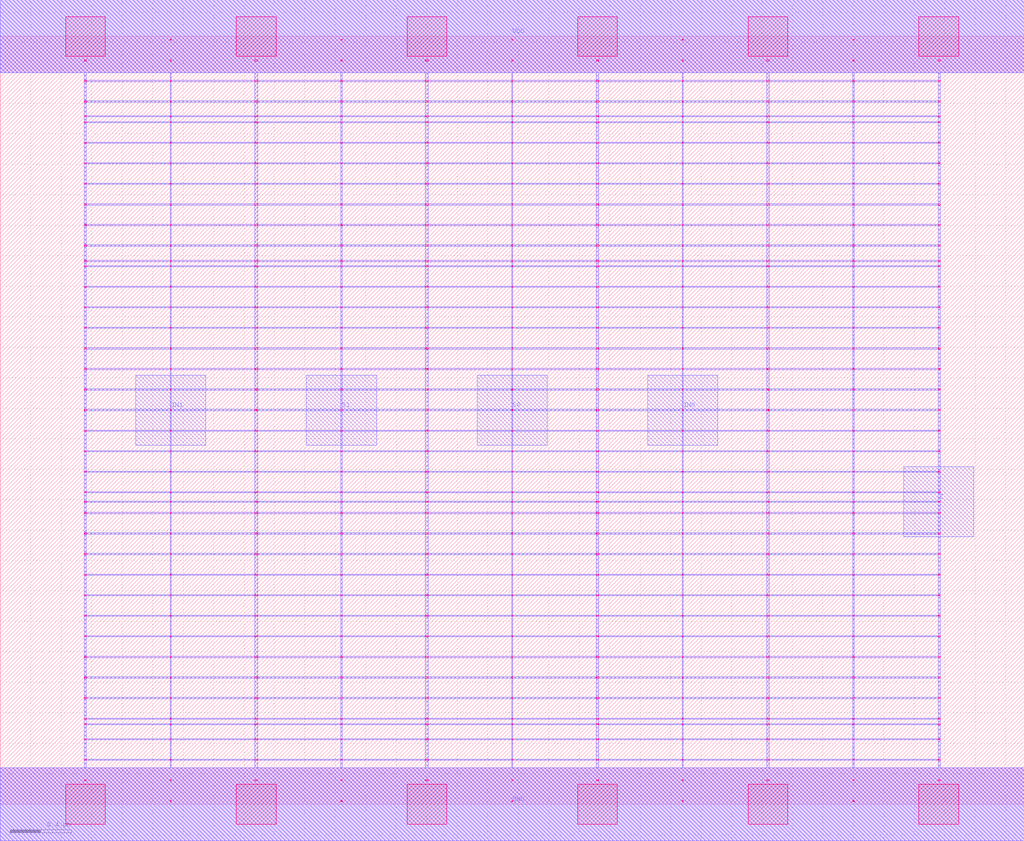
<source format=lef>
MACRO MUX2_DEBUG
 CLASS CORE ;
 FOREIGN MUX2_DEBUG 0 0 ;
 SIZE 6.72 BY 5.04 ;
 ORIGIN 0 0 ;
 SYMMETRY X Y R90 ;
 SITE unit ;
  PIN VDD
   DIRECTION INOUT ;
   USE SIGNAL ;
   SHAPE ABUTMENT ;
    PORT
     CLASS CORE ;
       LAYER met1 ;
        RECT 0.00000000 4.80000000 6.72000000 5.28000000 ;
       LAYER met2 ;
        RECT 0.00000000 4.80000000 6.72000000 5.28000000 ;
    END
  END VDD

  PIN GND
   DIRECTION INOUT ;
   USE SIGNAL ;
   SHAPE ABUTMENT ;
    PORT
     CLASS CORE ;
       LAYER met1 ;
        RECT 0.00000000 -0.24000000 6.72000000 0.24000000 ;
       LAYER met2 ;
        RECT 0.00000000 -0.24000000 6.72000000 0.24000000 ;
    END
  END GND

  PIN Z
   DIRECTION INOUT ;
   USE SIGNAL ;
   SHAPE ABUTMENT ;
    PORT
     CLASS CORE ;
       LAYER met2 ;
        RECT 5.93000000 1.75500000 6.39000000 2.21500000 ;
    END
  END Z

  PIN S0
   DIRECTION INOUT ;
   USE SIGNAL ;
   SHAPE ABUTMENT ;
    PORT
     CLASS CORE ;
       LAYER met2 ;
        RECT 3.13000000 2.35700000 3.59000000 2.81700000 ;
    END
  END S0

  PIN S1
   DIRECTION INOUT ;
   USE SIGNAL ;
   SHAPE ABUTMENT ;
    PORT
     CLASS CORE ;
       LAYER met2 ;
        RECT 2.01000000 2.35700000 2.47000000 2.81700000 ;
    END
  END S1

  PIN IN1
   DIRECTION INOUT ;
   USE SIGNAL ;
   SHAPE ABUTMENT ;
    PORT
     CLASS CORE ;
       LAYER met2 ;
        RECT 0.89000000 2.35700000 1.35000000 2.81700000 ;
    END
  END IN1

  PIN IN0
   DIRECTION INOUT ;
   USE SIGNAL ;
   SHAPE ABUTMENT ;
    PORT
     CLASS CORE ;
       LAYER met2 ;
        RECT 4.25000000 2.35700000 4.71000000 2.81700000 ;
    END
  END IN0

 OBS
    LAYER polycont ;
     RECT 0.55100000 2.58300000 0.56400000 2.59100000 ;
     RECT 1.11600000 2.58300000 1.12400000 2.59100000 ;
     RECT 1.67100000 2.58300000 1.68900000 2.59100000 ;
     RECT 2.23600000 2.58300000 2.24400000 2.59100000 ;
     RECT 2.79100000 2.58300000 2.80900000 2.59100000 ;
     RECT 3.35600000 2.58300000 3.36400000 2.59100000 ;
     RECT 3.91100000 2.58300000 3.92900000 2.59100000 ;
     RECT 4.47600000 2.58300000 4.48400000 2.59100000 ;
     RECT 5.03100000 2.58300000 5.04900000 2.59100000 ;
     RECT 5.59600000 2.58300000 5.60400000 2.59100000 ;
     RECT 6.15600000 2.58300000 6.16900000 2.59100000 ;
     RECT 0.55100000 2.71800000 0.56400000 2.72600000 ;
     RECT 1.11600000 2.71800000 1.12400000 2.72600000 ;
     RECT 1.67100000 2.71800000 1.68900000 2.72600000 ;
     RECT 2.23600000 2.71800000 2.24400000 2.72600000 ;
     RECT 2.79100000 2.71800000 2.80900000 2.72600000 ;
     RECT 3.35600000 2.71800000 3.36400000 2.72600000 ;
     RECT 3.91100000 2.71800000 3.92900000 2.72600000 ;
     RECT 4.47600000 2.71800000 4.48400000 2.72600000 ;
     RECT 5.03100000 2.71800000 5.04900000 2.72600000 ;
     RECT 5.59600000 2.71800000 5.60400000 2.72600000 ;
     RECT 6.15600000 2.71800000 6.16900000 2.72600000 ;
     RECT 0.55100000 2.85300000 0.56400000 2.86100000 ;
     RECT 1.11600000 2.85300000 1.12400000 2.86100000 ;
     RECT 1.67100000 2.85300000 1.68900000 2.86100000 ;
     RECT 2.23600000 2.85300000 2.24400000 2.86100000 ;
     RECT 2.79100000 2.85300000 2.80900000 2.86100000 ;
     RECT 3.35600000 2.85300000 3.36400000 2.86100000 ;
     RECT 3.91100000 2.85300000 3.92900000 2.86100000 ;
     RECT 4.47600000 2.85300000 4.48400000 2.86100000 ;
     RECT 5.03100000 2.85300000 5.04900000 2.86100000 ;
     RECT 5.59600000 2.85300000 5.60400000 2.86100000 ;
     RECT 6.15600000 2.85300000 6.16900000 2.86100000 ;
     RECT 0.55100000 2.98800000 0.56400000 2.99600000 ;
     RECT 1.11600000 2.98800000 1.12400000 2.99600000 ;
     RECT 1.67100000 2.98800000 1.68900000 2.99600000 ;
     RECT 2.23600000 2.98800000 2.24400000 2.99600000 ;
     RECT 2.79100000 2.98800000 2.80900000 2.99600000 ;
     RECT 3.35600000 2.98800000 3.36400000 2.99600000 ;
     RECT 3.91100000 2.98800000 3.92900000 2.99600000 ;
     RECT 4.47600000 2.98800000 4.48400000 2.99600000 ;
     RECT 5.03100000 2.98800000 5.04900000 2.99600000 ;
     RECT 5.59600000 2.98800000 5.60400000 2.99600000 ;
     RECT 6.15600000 2.98800000 6.16900000 2.99600000 ;

    LAYER pdiffc ;
     RECT 0.55100000 3.39300000 0.55900000 3.40100000 ;
     RECT 6.16100000 3.39300000 6.16900000 3.40100000 ;
     RECT 0.55100000 3.52800000 0.55900000 3.53600000 ;
     RECT 6.16100000 3.52800000 6.16900000 3.53600000 ;
     RECT 0.55100000 3.56100000 0.55900000 3.56900000 ;
     RECT 6.16100000 3.56100000 6.16900000 3.56900000 ;
     RECT 0.55100000 3.66300000 0.55900000 3.67100000 ;
     RECT 6.16100000 3.66300000 6.16900000 3.67100000 ;
     RECT 0.55100000 3.79800000 0.55900000 3.80600000 ;
     RECT 6.16100000 3.79800000 6.16900000 3.80600000 ;
     RECT 0.55100000 3.93300000 0.55900000 3.94100000 ;
     RECT 6.16100000 3.93300000 6.16900000 3.94100000 ;
     RECT 0.55100000 4.06800000 0.55900000 4.07600000 ;
     RECT 6.16100000 4.06800000 6.16900000 4.07600000 ;
     RECT 0.55100000 4.20300000 0.55900000 4.21100000 ;
     RECT 6.16100000 4.20300000 6.16900000 4.21100000 ;
     RECT 0.55100000 4.33800000 0.55900000 4.34600000 ;
     RECT 6.16100000 4.33800000 6.16900000 4.34600000 ;
     RECT 0.55100000 4.47300000 0.55900000 4.48100000 ;
     RECT 6.16100000 4.47300000 6.16900000 4.48100000 ;
     RECT 0.55100000 4.51100000 0.55900000 4.51900000 ;
     RECT 6.16100000 4.51100000 6.16900000 4.51900000 ;
     RECT 0.55100000 4.60800000 0.55900000 4.61600000 ;
     RECT 6.16100000 4.60800000 6.16900000 4.61600000 ;

    LAYER ndiffc ;
     RECT 0.55100000 0.42300000 0.56400000 0.43100000 ;
     RECT 1.67100000 0.42300000 1.68900000 0.43100000 ;
     RECT 2.79100000 0.42300000 2.80900000 0.43100000 ;
     RECT 3.91100000 0.42300000 3.92900000 0.43100000 ;
     RECT 5.03100000 0.42300000 5.04900000 0.43100000 ;
     RECT 6.15600000 0.42300000 6.16900000 0.43100000 ;
     RECT 0.55100000 0.52100000 0.56400000 0.52900000 ;
     RECT 1.67100000 0.52100000 1.68900000 0.52900000 ;
     RECT 2.79100000 0.52100000 2.80900000 0.52900000 ;
     RECT 3.91100000 0.52100000 3.92900000 0.52900000 ;
     RECT 5.03100000 0.52100000 5.04900000 0.52900000 ;
     RECT 6.15600000 0.52100000 6.16900000 0.52900000 ;
     RECT 0.55100000 0.55800000 0.56400000 0.56600000 ;
     RECT 1.67100000 0.55800000 1.68900000 0.56600000 ;
     RECT 2.79100000 0.55800000 2.80900000 0.56600000 ;
     RECT 3.91100000 0.55800000 3.92900000 0.56600000 ;
     RECT 5.03100000 0.55800000 5.04900000 0.56600000 ;
     RECT 6.15600000 0.55800000 6.16900000 0.56600000 ;
     RECT 0.55100000 0.69300000 0.56400000 0.70100000 ;
     RECT 1.67100000 0.69300000 1.68900000 0.70100000 ;
     RECT 2.79100000 0.69300000 2.80900000 0.70100000 ;
     RECT 3.91100000 0.69300000 3.92900000 0.70100000 ;
     RECT 5.03100000 0.69300000 5.04900000 0.70100000 ;
     RECT 6.15600000 0.69300000 6.16900000 0.70100000 ;
     RECT 0.55100000 0.82800000 0.56400000 0.83600000 ;
     RECT 1.67100000 0.82800000 1.68900000 0.83600000 ;
     RECT 2.79100000 0.82800000 2.80900000 0.83600000 ;
     RECT 3.91100000 0.82800000 3.92900000 0.83600000 ;
     RECT 5.03100000 0.82800000 5.04900000 0.83600000 ;
     RECT 6.15600000 0.82800000 6.16900000 0.83600000 ;
     RECT 0.55100000 0.96300000 0.56400000 0.97100000 ;
     RECT 1.67100000 0.96300000 1.68900000 0.97100000 ;
     RECT 2.79100000 0.96300000 2.80900000 0.97100000 ;
     RECT 3.91100000 0.96300000 3.92900000 0.97100000 ;
     RECT 5.03100000 0.96300000 5.04900000 0.97100000 ;
     RECT 6.15600000 0.96300000 6.16900000 0.97100000 ;
     RECT 0.55100000 1.09800000 0.56400000 1.10600000 ;
     RECT 1.67100000 1.09800000 1.68900000 1.10600000 ;
     RECT 2.79100000 1.09800000 2.80900000 1.10600000 ;
     RECT 3.91100000 1.09800000 3.92900000 1.10600000 ;
     RECT 5.03100000 1.09800000 5.04900000 1.10600000 ;
     RECT 6.15600000 1.09800000 6.16900000 1.10600000 ;
     RECT 0.55100000 1.23300000 0.56400000 1.24100000 ;
     RECT 1.67100000 1.23300000 1.68900000 1.24100000 ;
     RECT 2.79100000 1.23300000 2.80900000 1.24100000 ;
     RECT 3.91100000 1.23300000 3.92900000 1.24100000 ;
     RECT 5.03100000 1.23300000 5.04900000 1.24100000 ;
     RECT 6.15600000 1.23300000 6.16900000 1.24100000 ;
     RECT 0.55100000 1.36800000 0.56400000 1.37600000 ;
     RECT 1.67100000 1.36800000 1.68900000 1.37600000 ;
     RECT 2.79100000 1.36800000 2.80900000 1.37600000 ;
     RECT 3.91100000 1.36800000 3.92900000 1.37600000 ;
     RECT 5.03100000 1.36800000 5.04900000 1.37600000 ;
     RECT 6.15600000 1.36800000 6.16900000 1.37600000 ;
     RECT 0.55100000 1.50300000 0.56400000 1.51100000 ;
     RECT 1.67100000 1.50300000 1.68900000 1.51100000 ;
     RECT 2.79100000 1.50300000 2.80900000 1.51100000 ;
     RECT 3.91100000 1.50300000 3.92900000 1.51100000 ;
     RECT 5.03100000 1.50300000 5.04900000 1.51100000 ;
     RECT 6.15600000 1.50300000 6.16900000 1.51100000 ;
     RECT 0.55100000 1.63800000 0.56400000 1.64600000 ;
     RECT 1.67100000 1.63800000 1.68900000 1.64600000 ;
     RECT 2.79100000 1.63800000 2.80900000 1.64600000 ;
     RECT 3.91100000 1.63800000 3.92900000 1.64600000 ;
     RECT 5.03100000 1.63800000 5.04900000 1.64600000 ;
     RECT 6.15600000 1.63800000 6.16900000 1.64600000 ;
     RECT 0.55100000 1.77300000 0.56400000 1.78100000 ;
     RECT 1.67100000 1.77300000 1.68900000 1.78100000 ;
     RECT 2.79100000 1.77300000 2.80900000 1.78100000 ;
     RECT 3.91100000 1.77300000 3.92900000 1.78100000 ;
     RECT 5.03100000 1.77300000 5.04900000 1.78100000 ;
     RECT 6.15600000 1.77300000 6.16900000 1.78100000 ;
     RECT 0.55100000 1.90800000 0.56400000 1.91600000 ;
     RECT 1.67100000 1.90800000 1.68900000 1.91600000 ;
     RECT 2.79100000 1.90800000 2.80900000 1.91600000 ;
     RECT 3.91100000 1.90800000 3.92900000 1.91600000 ;
     RECT 5.03100000 1.90800000 5.04900000 1.91600000 ;
     RECT 6.15600000 1.90800000 6.16900000 1.91600000 ;
     RECT 0.55100000 1.98100000 0.56400000 1.98900000 ;
     RECT 1.67100000 1.98100000 1.68900000 1.98900000 ;
     RECT 2.79100000 1.98100000 2.80900000 1.98900000 ;
     RECT 3.91100000 1.98100000 3.92900000 1.98900000 ;
     RECT 5.03100000 1.98100000 5.04900000 1.98900000 ;
     RECT 6.15600000 1.98100000 6.16900000 1.98900000 ;
     RECT 0.55100000 2.04300000 0.56400000 2.05100000 ;
     RECT 1.67100000 2.04300000 1.68900000 2.05100000 ;
     RECT 2.79100000 2.04300000 2.80900000 2.05100000 ;
     RECT 3.91100000 2.04300000 3.92900000 2.05100000 ;
     RECT 5.03100000 2.04300000 5.04900000 2.05100000 ;
     RECT 6.15600000 2.04300000 6.16900000 2.05100000 ;

    LAYER met1 ;
     RECT 0.00000000 -0.24000000 6.72000000 0.24000000 ;
     RECT 3.35600000 0.24000000 3.36400000 0.28800000 ;
     RECT 0.55100000 0.28800000 6.16900000 0.29600000 ;
     RECT 3.35600000 0.29600000 3.36400000 0.42300000 ;
     RECT 0.55100000 0.42300000 6.16900000 0.43100000 ;
     RECT 3.35600000 0.43100000 3.36400000 0.52100000 ;
     RECT 0.55100000 0.52100000 6.16900000 0.52900000 ;
     RECT 3.35600000 0.52900000 3.36400000 0.55800000 ;
     RECT 0.55100000 0.55800000 6.16900000 0.56600000 ;
     RECT 3.35600000 0.56600000 3.36400000 0.69300000 ;
     RECT 0.55100000 0.69300000 6.16900000 0.70100000 ;
     RECT 3.35600000 0.70100000 3.36400000 0.82800000 ;
     RECT 0.55100000 0.82800000 6.16900000 0.83600000 ;
     RECT 3.35600000 0.83600000 3.36400000 0.96300000 ;
     RECT 0.55100000 0.96300000 6.16900000 0.97100000 ;
     RECT 3.35600000 0.97100000 3.36400000 1.09800000 ;
     RECT 0.55100000 1.09800000 6.16900000 1.10600000 ;
     RECT 3.35600000 1.10600000 3.36400000 1.23300000 ;
     RECT 0.55100000 1.23300000 6.16900000 1.24100000 ;
     RECT 3.35600000 1.24100000 3.36400000 1.36800000 ;
     RECT 0.55100000 1.36800000 6.16900000 1.37600000 ;
     RECT 3.35600000 1.37600000 3.36400000 1.50300000 ;
     RECT 0.55100000 1.50300000 6.16900000 1.51100000 ;
     RECT 3.35600000 1.51100000 3.36400000 1.63800000 ;
     RECT 0.55100000 1.63800000 6.16900000 1.64600000 ;
     RECT 3.35600000 1.64600000 3.36400000 1.77300000 ;
     RECT 0.55100000 1.77300000 6.16900000 1.78100000 ;
     RECT 3.35600000 1.78100000 3.36400000 1.90800000 ;
     RECT 0.55100000 1.90800000 6.16900000 1.91600000 ;
     RECT 3.35600000 1.91600000 3.36400000 1.98100000 ;
     RECT 0.55100000 1.98100000 6.16900000 1.98900000 ;
     RECT 3.35600000 1.98900000 3.36400000 2.04300000 ;
     RECT 0.55100000 2.04300000 6.16900000 2.05100000 ;
     RECT 3.35600000 2.05100000 3.36400000 2.17800000 ;
     RECT 0.55100000 2.17800000 6.16900000 2.18600000 ;
     RECT 3.35600000 2.18600000 3.36400000 2.31300000 ;
     RECT 0.55100000 2.31300000 6.16900000 2.32100000 ;
     RECT 3.35600000 2.32100000 3.36400000 2.44800000 ;
     RECT 0.55100000 2.44800000 6.16900000 2.45600000 ;
     RECT 0.55100000 2.45600000 0.56400000 2.58300000 ;
     RECT 1.11600000 2.45600000 1.12400000 2.58300000 ;
     RECT 1.67100000 2.45600000 1.68900000 2.58300000 ;
     RECT 2.23600000 2.45600000 2.24400000 2.58300000 ;
     RECT 2.79100000 2.45600000 2.80900000 2.58300000 ;
     RECT 3.35600000 2.45600000 3.36400000 2.58300000 ;
     RECT 3.91100000 2.45600000 3.92900000 2.58300000 ;
     RECT 4.47600000 2.45600000 4.48400000 2.58300000 ;
     RECT 5.03100000 2.45600000 5.04900000 2.58300000 ;
     RECT 5.59600000 2.45600000 5.60400000 2.58300000 ;
     RECT 6.15600000 2.45600000 6.16900000 2.58300000 ;
     RECT 0.55100000 2.58300000 6.16900000 2.59100000 ;
     RECT 3.35600000 2.59100000 3.36400000 2.71800000 ;
     RECT 0.55100000 2.71800000 6.16900000 2.72600000 ;
     RECT 3.35600000 2.72600000 3.36400000 2.85300000 ;
     RECT 0.55100000 2.85300000 6.16900000 2.86100000 ;
     RECT 3.35600000 2.86100000 3.36400000 2.98800000 ;
     RECT 0.55100000 2.98800000 6.16900000 2.99600000 ;
     RECT 3.35600000 2.99600000 3.36400000 3.12300000 ;
     RECT 0.55100000 3.12300000 6.16900000 3.13100000 ;
     RECT 3.35600000 3.13100000 3.36400000 3.25800000 ;
     RECT 0.55100000 3.25800000 6.16900000 3.26600000 ;
     RECT 3.35600000 3.26600000 3.36400000 3.39300000 ;
     RECT 0.55100000 3.39300000 6.16900000 3.40100000 ;
     RECT 3.35600000 3.40100000 3.36400000 3.52800000 ;
     RECT 0.55100000 3.52800000 6.16900000 3.53600000 ;
     RECT 3.35600000 3.53600000 3.36400000 3.56100000 ;
     RECT 0.55100000 3.56100000 6.16900000 3.56900000 ;
     RECT 3.35600000 3.56900000 3.36400000 3.66300000 ;
     RECT 0.55100000 3.66300000 6.16900000 3.67100000 ;
     RECT 3.35600000 3.67100000 3.36400000 3.79800000 ;
     RECT 0.55100000 3.79800000 6.16900000 3.80600000 ;
     RECT 3.35600000 3.80600000 3.36400000 3.93300000 ;
     RECT 0.55100000 3.93300000 6.16900000 3.94100000 ;
     RECT 3.35600000 3.94100000 3.36400000 4.06800000 ;
     RECT 0.55100000 4.06800000 6.16900000 4.07600000 ;
     RECT 3.35600000 4.07600000 3.36400000 4.20300000 ;
     RECT 0.55100000 4.20300000 6.16900000 4.21100000 ;
     RECT 3.35600000 4.21100000 3.36400000 4.33800000 ;
     RECT 0.55100000 4.33800000 6.16900000 4.34600000 ;
     RECT 3.35600000 4.34600000 3.36400000 4.47300000 ;
     RECT 0.55100000 4.47300000 6.16900000 4.48100000 ;
     RECT 3.35600000 4.48100000 3.36400000 4.51100000 ;
     RECT 0.55100000 4.51100000 6.16900000 4.51900000 ;
     RECT 3.35600000 4.51900000 3.36400000 4.60800000 ;
     RECT 0.55100000 4.60800000 6.16900000 4.61600000 ;
     RECT 3.35600000 4.61600000 3.36400000 4.74300000 ;
     RECT 0.55100000 4.74300000 6.16900000 4.75100000 ;
     RECT 3.35600000 4.75100000 3.36400000 4.80000000 ;
     RECT 0.00000000 4.80000000 6.72000000 5.28000000 ;
     RECT 5.03100000 3.26600000 5.04900000 3.39300000 ;
     RECT 5.59600000 3.26600000 5.60400000 3.39300000 ;
     RECT 6.15600000 3.26600000 6.16900000 3.39300000 ;
     RECT 5.59600000 2.72600000 5.60400000 2.85300000 ;
     RECT 6.15600000 2.72600000 6.16900000 2.85300000 ;
     RECT 3.91100000 3.40100000 3.92900000 3.52800000 ;
     RECT 4.47600000 3.40100000 4.48400000 3.52800000 ;
     RECT 5.03100000 3.40100000 5.04900000 3.52800000 ;
     RECT 5.59600000 3.40100000 5.60400000 3.52800000 ;
     RECT 6.15600000 3.40100000 6.16900000 3.52800000 ;
     RECT 5.03100000 2.59100000 5.04900000 2.71800000 ;
     RECT 5.59600000 2.59100000 5.60400000 2.71800000 ;
     RECT 3.91100000 3.53600000 3.92900000 3.56100000 ;
     RECT 4.47600000 3.53600000 4.48400000 3.56100000 ;
     RECT 5.03100000 3.53600000 5.04900000 3.56100000 ;
     RECT 5.59600000 3.53600000 5.60400000 3.56100000 ;
     RECT 6.15600000 3.53600000 6.16900000 3.56100000 ;
     RECT 3.91100000 2.86100000 3.92900000 2.98800000 ;
     RECT 4.47600000 2.86100000 4.48400000 2.98800000 ;
     RECT 3.91100000 3.56900000 3.92900000 3.66300000 ;
     RECT 4.47600000 3.56900000 4.48400000 3.66300000 ;
     RECT 5.03100000 3.56900000 5.04900000 3.66300000 ;
     RECT 5.59600000 3.56900000 5.60400000 3.66300000 ;
     RECT 6.15600000 3.56900000 6.16900000 3.66300000 ;
     RECT 5.03100000 2.86100000 5.04900000 2.98800000 ;
     RECT 5.59600000 2.86100000 5.60400000 2.98800000 ;
     RECT 3.91100000 3.67100000 3.92900000 3.79800000 ;
     RECT 4.47600000 3.67100000 4.48400000 3.79800000 ;
     RECT 5.03100000 3.67100000 5.04900000 3.79800000 ;
     RECT 5.59600000 3.67100000 5.60400000 3.79800000 ;
     RECT 6.15600000 3.67100000 6.16900000 3.79800000 ;
     RECT 6.15600000 2.86100000 6.16900000 2.98800000 ;
     RECT 6.15600000 2.59100000 6.16900000 2.71800000 ;
     RECT 3.91100000 3.80600000 3.92900000 3.93300000 ;
     RECT 4.47600000 3.80600000 4.48400000 3.93300000 ;
     RECT 5.03100000 3.80600000 5.04900000 3.93300000 ;
     RECT 5.59600000 3.80600000 5.60400000 3.93300000 ;
     RECT 6.15600000 3.80600000 6.16900000 3.93300000 ;
     RECT 3.91100000 2.59100000 3.92900000 2.71800000 ;
     RECT 3.91100000 2.99600000 3.92900000 3.12300000 ;
     RECT 3.91100000 3.94100000 3.92900000 4.06800000 ;
     RECT 4.47600000 3.94100000 4.48400000 4.06800000 ;
     RECT 5.03100000 3.94100000 5.04900000 4.06800000 ;
     RECT 5.59600000 3.94100000 5.60400000 4.06800000 ;
     RECT 6.15600000 3.94100000 6.16900000 4.06800000 ;
     RECT 4.47600000 2.99600000 4.48400000 3.12300000 ;
     RECT 5.03100000 2.99600000 5.04900000 3.12300000 ;
     RECT 3.91100000 4.07600000 3.92900000 4.20300000 ;
     RECT 4.47600000 4.07600000 4.48400000 4.20300000 ;
     RECT 5.03100000 4.07600000 5.04900000 4.20300000 ;
     RECT 5.59600000 4.07600000 5.60400000 4.20300000 ;
     RECT 6.15600000 4.07600000 6.16900000 4.20300000 ;
     RECT 5.59600000 2.99600000 5.60400000 3.12300000 ;
     RECT 6.15600000 2.99600000 6.16900000 3.12300000 ;
     RECT 3.91100000 4.21100000 3.92900000 4.33800000 ;
     RECT 4.47600000 4.21100000 4.48400000 4.33800000 ;
     RECT 5.03100000 4.21100000 5.04900000 4.33800000 ;
     RECT 5.59600000 4.21100000 5.60400000 4.33800000 ;
     RECT 6.15600000 4.21100000 6.16900000 4.33800000 ;
     RECT 4.47600000 2.59100000 4.48400000 2.71800000 ;
     RECT 3.91100000 2.72600000 3.92900000 2.85300000 ;
     RECT 3.91100000 4.34600000 3.92900000 4.47300000 ;
     RECT 4.47600000 4.34600000 4.48400000 4.47300000 ;
     RECT 5.03100000 4.34600000 5.04900000 4.47300000 ;
     RECT 5.59600000 4.34600000 5.60400000 4.47300000 ;
     RECT 6.15600000 4.34600000 6.16900000 4.47300000 ;
     RECT 3.91100000 3.13100000 3.92900000 3.25800000 ;
     RECT 4.47600000 3.13100000 4.48400000 3.25800000 ;
     RECT 3.91100000 4.48100000 3.92900000 4.51100000 ;
     RECT 4.47600000 4.48100000 4.48400000 4.51100000 ;
     RECT 5.03100000 4.48100000 5.04900000 4.51100000 ;
     RECT 5.59600000 4.48100000 5.60400000 4.51100000 ;
     RECT 6.15600000 4.48100000 6.16900000 4.51100000 ;
     RECT 5.03100000 3.13100000 5.04900000 3.25800000 ;
     RECT 5.59600000 3.13100000 5.60400000 3.25800000 ;
     RECT 3.91100000 4.51900000 3.92900000 4.60800000 ;
     RECT 4.47600000 4.51900000 4.48400000 4.60800000 ;
     RECT 5.03100000 4.51900000 5.04900000 4.60800000 ;
     RECT 5.59600000 4.51900000 5.60400000 4.60800000 ;
     RECT 6.15600000 4.51900000 6.16900000 4.60800000 ;
     RECT 6.15600000 3.13100000 6.16900000 3.25800000 ;
     RECT 4.47600000 2.72600000 4.48400000 2.85300000 ;
     RECT 3.91100000 4.61600000 3.92900000 4.74300000 ;
     RECT 4.47600000 4.61600000 4.48400000 4.74300000 ;
     RECT 5.03100000 4.61600000 5.04900000 4.74300000 ;
     RECT 5.59600000 4.61600000 5.60400000 4.74300000 ;
     RECT 6.15600000 4.61600000 6.16900000 4.74300000 ;
     RECT 5.03100000 2.72600000 5.04900000 2.85300000 ;
     RECT 3.91100000 3.26600000 3.92900000 3.39300000 ;
     RECT 3.91100000 4.75100000 3.92900000 4.80000000 ;
     RECT 4.47600000 4.75100000 4.48400000 4.80000000 ;
     RECT 5.03100000 4.75100000 5.04900000 4.80000000 ;
     RECT 5.59600000 4.75100000 5.60400000 4.80000000 ;
     RECT 6.15600000 4.75100000 6.16900000 4.80000000 ;
     RECT 4.47600000 3.26600000 4.48400000 3.39300000 ;
     RECT 1.11600000 3.94100000 1.12400000 4.06800000 ;
     RECT 1.67100000 3.94100000 1.68900000 4.06800000 ;
     RECT 2.23600000 3.94100000 2.24400000 4.06800000 ;
     RECT 2.79100000 3.94100000 2.80900000 4.06800000 ;
     RECT 0.55100000 2.72600000 0.56400000 2.85300000 ;
     RECT 1.11600000 2.72600000 1.12400000 2.85300000 ;
     RECT 0.55100000 2.86100000 0.56400000 2.98800000 ;
     RECT 1.11600000 2.86100000 1.12400000 2.98800000 ;
     RECT 1.67100000 2.86100000 1.68900000 2.98800000 ;
     RECT 2.23600000 2.86100000 2.24400000 2.98800000 ;
     RECT 0.55100000 3.13100000 0.56400000 3.25800000 ;
     RECT 0.55100000 4.07600000 0.56400000 4.20300000 ;
     RECT 1.11600000 4.07600000 1.12400000 4.20300000 ;
     RECT 1.67100000 4.07600000 1.68900000 4.20300000 ;
     RECT 2.23600000 4.07600000 2.24400000 4.20300000 ;
     RECT 2.79100000 4.07600000 2.80900000 4.20300000 ;
     RECT 0.55100000 3.53600000 0.56400000 3.56100000 ;
     RECT 1.11600000 3.53600000 1.12400000 3.56100000 ;
     RECT 1.67100000 3.53600000 1.68900000 3.56100000 ;
     RECT 2.23600000 3.53600000 2.24400000 3.56100000 ;
     RECT 2.79100000 3.53600000 2.80900000 3.56100000 ;
     RECT 1.11600000 3.13100000 1.12400000 3.25800000 ;
     RECT 1.67100000 3.13100000 1.68900000 3.25800000 ;
     RECT 0.55100000 4.21100000 0.56400000 4.33800000 ;
     RECT 1.11600000 4.21100000 1.12400000 4.33800000 ;
     RECT 1.67100000 4.21100000 1.68900000 4.33800000 ;
     RECT 2.23600000 4.21100000 2.24400000 4.33800000 ;
     RECT 2.79100000 4.21100000 2.80900000 4.33800000 ;
     RECT 2.23600000 3.13100000 2.24400000 3.25800000 ;
     RECT 2.79100000 3.13100000 2.80900000 3.25800000 ;
     RECT 2.79100000 2.86100000 2.80900000 2.98800000 ;
     RECT 1.67100000 2.72600000 1.68900000 2.85300000 ;
     RECT 2.23600000 2.72600000 2.24400000 2.85300000 ;
     RECT 0.55100000 3.56900000 0.56400000 3.66300000 ;
     RECT 1.11600000 3.56900000 1.12400000 3.66300000 ;
     RECT 0.55100000 4.34600000 0.56400000 4.47300000 ;
     RECT 1.11600000 4.34600000 1.12400000 4.47300000 ;
     RECT 1.67100000 4.34600000 1.68900000 4.47300000 ;
     RECT 2.23600000 4.34600000 2.24400000 4.47300000 ;
     RECT 2.79100000 4.34600000 2.80900000 4.47300000 ;
     RECT 1.67100000 3.56900000 1.68900000 3.66300000 ;
     RECT 2.23600000 3.56900000 2.24400000 3.66300000 ;
     RECT 2.79100000 3.56900000 2.80900000 3.66300000 ;
     RECT 2.79100000 2.72600000 2.80900000 2.85300000 ;
     RECT 1.67100000 2.59100000 1.68900000 2.71800000 ;
     RECT 2.23600000 2.59100000 2.24400000 2.71800000 ;
     RECT 2.79100000 2.59100000 2.80900000 2.71800000 ;
     RECT 0.55100000 4.48100000 0.56400000 4.51100000 ;
     RECT 1.11600000 4.48100000 1.12400000 4.51100000 ;
     RECT 1.67100000 4.48100000 1.68900000 4.51100000 ;
     RECT 2.23600000 4.48100000 2.24400000 4.51100000 ;
     RECT 2.79100000 4.48100000 2.80900000 4.51100000 ;
     RECT 0.55100000 3.26600000 0.56400000 3.39300000 ;
     RECT 1.11600000 3.26600000 1.12400000 3.39300000 ;
     RECT 1.67100000 3.26600000 1.68900000 3.39300000 ;
     RECT 0.55100000 3.67100000 0.56400000 3.79800000 ;
     RECT 1.11600000 3.67100000 1.12400000 3.79800000 ;
     RECT 1.67100000 3.67100000 1.68900000 3.79800000 ;
     RECT 2.23600000 3.67100000 2.24400000 3.79800000 ;
     RECT 0.55100000 4.51900000 0.56400000 4.60800000 ;
     RECT 1.11600000 4.51900000 1.12400000 4.60800000 ;
     RECT 1.67100000 4.51900000 1.68900000 4.60800000 ;
     RECT 2.23600000 4.51900000 2.24400000 4.60800000 ;
     RECT 2.79100000 4.51900000 2.80900000 4.60800000 ;
     RECT 2.79100000 3.67100000 2.80900000 3.79800000 ;
     RECT 2.23600000 3.26600000 2.24400000 3.39300000 ;
     RECT 2.79100000 3.26600000 2.80900000 3.39300000 ;
     RECT 0.55100000 2.59100000 0.56400000 2.71800000 ;
     RECT 0.55100000 2.99600000 0.56400000 3.12300000 ;
     RECT 1.11600000 2.99600000 1.12400000 3.12300000 ;
     RECT 1.67100000 2.99600000 1.68900000 3.12300000 ;
     RECT 0.55100000 4.61600000 0.56400000 4.74300000 ;
     RECT 1.11600000 4.61600000 1.12400000 4.74300000 ;
     RECT 1.67100000 4.61600000 1.68900000 4.74300000 ;
     RECT 2.23600000 4.61600000 2.24400000 4.74300000 ;
     RECT 2.79100000 4.61600000 2.80900000 4.74300000 ;
     RECT 2.23600000 2.99600000 2.24400000 3.12300000 ;
     RECT 0.55100000 3.80600000 0.56400000 3.93300000 ;
     RECT 1.11600000 3.80600000 1.12400000 3.93300000 ;
     RECT 1.67100000 3.80600000 1.68900000 3.93300000 ;
     RECT 2.23600000 3.80600000 2.24400000 3.93300000 ;
     RECT 2.79100000 3.80600000 2.80900000 3.93300000 ;
     RECT 2.79100000 2.99600000 2.80900000 3.12300000 ;
     RECT 0.55100000 4.75100000 0.56400000 4.80000000 ;
     RECT 1.11600000 4.75100000 1.12400000 4.80000000 ;
     RECT 1.67100000 4.75100000 1.68900000 4.80000000 ;
     RECT 2.23600000 4.75100000 2.24400000 4.80000000 ;
     RECT 2.79100000 4.75100000 2.80900000 4.80000000 ;
     RECT 1.11600000 2.59100000 1.12400000 2.71800000 ;
     RECT 0.55100000 3.40100000 0.56400000 3.52800000 ;
     RECT 1.11600000 3.40100000 1.12400000 3.52800000 ;
     RECT 1.67100000 3.40100000 1.68900000 3.52800000 ;
     RECT 2.23600000 3.40100000 2.24400000 3.52800000 ;
     RECT 2.79100000 3.40100000 2.80900000 3.52800000 ;
     RECT 0.55100000 3.94100000 0.56400000 4.06800000 ;
     RECT 2.79100000 1.64600000 2.80900000 1.77300000 ;
     RECT 2.23600000 0.52900000 2.24400000 0.55800000 ;
     RECT 2.79100000 0.52900000 2.80900000 0.55800000 ;
     RECT 0.55100000 1.78100000 0.56400000 1.90800000 ;
     RECT 1.11600000 1.78100000 1.12400000 1.90800000 ;
     RECT 1.67100000 1.78100000 1.68900000 1.90800000 ;
     RECT 2.23600000 1.78100000 2.24400000 1.90800000 ;
     RECT 2.79100000 1.78100000 2.80900000 1.90800000 ;
     RECT 1.11600000 0.24000000 1.12400000 0.28800000 ;
     RECT 0.55100000 0.29600000 0.56400000 0.42300000 ;
     RECT 0.55100000 1.91600000 0.56400000 1.98100000 ;
     RECT 1.11600000 1.91600000 1.12400000 1.98100000 ;
     RECT 1.67100000 1.91600000 1.68900000 1.98100000 ;
     RECT 2.23600000 1.91600000 2.24400000 1.98100000 ;
     RECT 2.79100000 1.91600000 2.80900000 1.98100000 ;
     RECT 0.55100000 0.56600000 0.56400000 0.69300000 ;
     RECT 1.11600000 0.56600000 1.12400000 0.69300000 ;
     RECT 0.55100000 1.98900000 0.56400000 2.04300000 ;
     RECT 1.11600000 1.98900000 1.12400000 2.04300000 ;
     RECT 1.67100000 1.98900000 1.68900000 2.04300000 ;
     RECT 2.23600000 1.98900000 2.24400000 2.04300000 ;
     RECT 2.79100000 1.98900000 2.80900000 2.04300000 ;
     RECT 1.67100000 0.56600000 1.68900000 0.69300000 ;
     RECT 2.23600000 0.56600000 2.24400000 0.69300000 ;
     RECT 0.55100000 2.05100000 0.56400000 2.17800000 ;
     RECT 1.11600000 2.05100000 1.12400000 2.17800000 ;
     RECT 1.67100000 2.05100000 1.68900000 2.17800000 ;
     RECT 2.23600000 2.05100000 2.24400000 2.17800000 ;
     RECT 2.79100000 2.05100000 2.80900000 2.17800000 ;
     RECT 2.79100000 0.56600000 2.80900000 0.69300000 ;
     RECT 1.11600000 0.29600000 1.12400000 0.42300000 ;
     RECT 0.55100000 2.18600000 0.56400000 2.31300000 ;
     RECT 1.11600000 2.18600000 1.12400000 2.31300000 ;
     RECT 1.67100000 2.18600000 1.68900000 2.31300000 ;
     RECT 2.23600000 2.18600000 2.24400000 2.31300000 ;
     RECT 2.79100000 2.18600000 2.80900000 2.31300000 ;
     RECT 1.67100000 0.29600000 1.68900000 0.42300000 ;
     RECT 0.55100000 0.70100000 0.56400000 0.82800000 ;
     RECT 0.55100000 2.32100000 0.56400000 2.44800000 ;
     RECT 1.11600000 2.32100000 1.12400000 2.44800000 ;
     RECT 1.67100000 2.32100000 1.68900000 2.44800000 ;
     RECT 2.23600000 2.32100000 2.24400000 2.44800000 ;
     RECT 2.79100000 2.32100000 2.80900000 2.44800000 ;
     RECT 1.11600000 0.70100000 1.12400000 0.82800000 ;
     RECT 1.67100000 0.70100000 1.68900000 0.82800000 ;
     RECT 2.23600000 0.70100000 2.24400000 0.82800000 ;
     RECT 2.79100000 0.70100000 2.80900000 0.82800000 ;
     RECT 2.23600000 0.29600000 2.24400000 0.42300000 ;
     RECT 2.79100000 0.29600000 2.80900000 0.42300000 ;
     RECT 0.55100000 0.83600000 0.56400000 0.96300000 ;
     RECT 1.11600000 0.83600000 1.12400000 0.96300000 ;
     RECT 1.67100000 0.83600000 1.68900000 0.96300000 ;
     RECT 2.23600000 0.83600000 2.24400000 0.96300000 ;
     RECT 2.79100000 0.83600000 2.80900000 0.96300000 ;
     RECT 1.67100000 0.24000000 1.68900000 0.28800000 ;
     RECT 2.23600000 0.24000000 2.24400000 0.28800000 ;
     RECT 0.55100000 0.97100000 0.56400000 1.09800000 ;
     RECT 1.11600000 0.97100000 1.12400000 1.09800000 ;
     RECT 1.67100000 0.97100000 1.68900000 1.09800000 ;
     RECT 2.23600000 0.97100000 2.24400000 1.09800000 ;
     RECT 2.79100000 0.97100000 2.80900000 1.09800000 ;
     RECT 0.55100000 0.43100000 0.56400000 0.52100000 ;
     RECT 1.11600000 0.43100000 1.12400000 0.52100000 ;
     RECT 0.55100000 1.10600000 0.56400000 1.23300000 ;
     RECT 1.11600000 1.10600000 1.12400000 1.23300000 ;
     RECT 1.67100000 1.10600000 1.68900000 1.23300000 ;
     RECT 2.23600000 1.10600000 2.24400000 1.23300000 ;
     RECT 2.79100000 1.10600000 2.80900000 1.23300000 ;
     RECT 1.67100000 0.43100000 1.68900000 0.52100000 ;
     RECT 2.23600000 0.43100000 2.24400000 0.52100000 ;
     RECT 0.55100000 1.24100000 0.56400000 1.36800000 ;
     RECT 1.11600000 1.24100000 1.12400000 1.36800000 ;
     RECT 1.67100000 1.24100000 1.68900000 1.36800000 ;
     RECT 2.23600000 1.24100000 2.24400000 1.36800000 ;
     RECT 2.79100000 1.24100000 2.80900000 1.36800000 ;
     RECT 2.79100000 0.43100000 2.80900000 0.52100000 ;
     RECT 2.79100000 0.24000000 2.80900000 0.28800000 ;
     RECT 0.55100000 1.37600000 0.56400000 1.50300000 ;
     RECT 1.11600000 1.37600000 1.12400000 1.50300000 ;
     RECT 1.67100000 1.37600000 1.68900000 1.50300000 ;
     RECT 2.23600000 1.37600000 2.24400000 1.50300000 ;
     RECT 2.79100000 1.37600000 2.80900000 1.50300000 ;
     RECT 0.55100000 0.24000000 0.56400000 0.28800000 ;
     RECT 0.55100000 0.52900000 0.56400000 0.55800000 ;
     RECT 0.55100000 1.51100000 0.56400000 1.63800000 ;
     RECT 1.11600000 1.51100000 1.12400000 1.63800000 ;
     RECT 1.67100000 1.51100000 1.68900000 1.63800000 ;
     RECT 2.23600000 1.51100000 2.24400000 1.63800000 ;
     RECT 2.79100000 1.51100000 2.80900000 1.63800000 ;
     RECT 1.11600000 0.52900000 1.12400000 0.55800000 ;
     RECT 1.67100000 0.52900000 1.68900000 0.55800000 ;
     RECT 0.55100000 1.64600000 0.56400000 1.77300000 ;
     RECT 1.11600000 1.64600000 1.12400000 1.77300000 ;
     RECT 1.67100000 1.64600000 1.68900000 1.77300000 ;
     RECT 2.23600000 1.64600000 2.24400000 1.77300000 ;
     RECT 5.03100000 0.24000000 5.04900000 0.28800000 ;
     RECT 5.59600000 0.24000000 5.60400000 0.28800000 ;
     RECT 6.15600000 0.24000000 6.16900000 0.28800000 ;
     RECT 3.91100000 1.98900000 3.92900000 2.04300000 ;
     RECT 4.47600000 1.98900000 4.48400000 2.04300000 ;
     RECT 5.03100000 1.98900000 5.04900000 2.04300000 ;
     RECT 5.59600000 1.98900000 5.60400000 2.04300000 ;
     RECT 6.15600000 1.98900000 6.16900000 2.04300000 ;
     RECT 3.91100000 0.70100000 3.92900000 0.82800000 ;
     RECT 4.47600000 0.70100000 4.48400000 0.82800000 ;
     RECT 5.03100000 0.70100000 5.04900000 0.82800000 ;
     RECT 3.91100000 1.24100000 3.92900000 1.36800000 ;
     RECT 4.47600000 1.24100000 4.48400000 1.36800000 ;
     RECT 5.03100000 1.24100000 5.04900000 1.36800000 ;
     RECT 5.59600000 1.24100000 5.60400000 1.36800000 ;
     RECT 3.91100000 2.05100000 3.92900000 2.17800000 ;
     RECT 4.47600000 2.05100000 4.48400000 2.17800000 ;
     RECT 5.03100000 2.05100000 5.04900000 2.17800000 ;
     RECT 5.59600000 2.05100000 5.60400000 2.17800000 ;
     RECT 6.15600000 2.05100000 6.16900000 2.17800000 ;
     RECT 6.15600000 1.24100000 6.16900000 1.36800000 ;
     RECT 5.59600000 0.70100000 5.60400000 0.82800000 ;
     RECT 6.15600000 0.70100000 6.16900000 0.82800000 ;
     RECT 3.91100000 0.24000000 3.92900000 0.28800000 ;
     RECT 3.91100000 0.52900000 3.92900000 0.55800000 ;
     RECT 4.47600000 0.52900000 4.48400000 0.55800000 ;
     RECT 5.03100000 0.52900000 5.04900000 0.55800000 ;
     RECT 3.91100000 2.18600000 3.92900000 2.31300000 ;
     RECT 4.47600000 2.18600000 4.48400000 2.31300000 ;
     RECT 5.03100000 2.18600000 5.04900000 2.31300000 ;
     RECT 5.59600000 2.18600000 5.60400000 2.31300000 ;
     RECT 6.15600000 2.18600000 6.16900000 2.31300000 ;
     RECT 5.59600000 0.52900000 5.60400000 0.55800000 ;
     RECT 3.91100000 1.37600000 3.92900000 1.50300000 ;
     RECT 4.47600000 1.37600000 4.48400000 1.50300000 ;
     RECT 5.03100000 1.37600000 5.04900000 1.50300000 ;
     RECT 5.59600000 1.37600000 5.60400000 1.50300000 ;
     RECT 6.15600000 1.37600000 6.16900000 1.50300000 ;
     RECT 6.15600000 0.52900000 6.16900000 0.55800000 ;
     RECT 3.91100000 2.32100000 3.92900000 2.44800000 ;
     RECT 4.47600000 2.32100000 4.48400000 2.44800000 ;
     RECT 5.03100000 2.32100000 5.04900000 2.44800000 ;
     RECT 5.59600000 2.32100000 5.60400000 2.44800000 ;
     RECT 6.15600000 2.32100000 6.16900000 2.44800000 ;
     RECT 4.47600000 0.24000000 4.48400000 0.28800000 ;
     RECT 3.91100000 0.83600000 3.92900000 0.96300000 ;
     RECT 4.47600000 0.83600000 4.48400000 0.96300000 ;
     RECT 5.03100000 0.83600000 5.04900000 0.96300000 ;
     RECT 5.59600000 0.83600000 5.60400000 0.96300000 ;
     RECT 6.15600000 0.83600000 6.16900000 0.96300000 ;
     RECT 3.91100000 1.51100000 3.92900000 1.63800000 ;
     RECT 4.47600000 1.51100000 4.48400000 1.63800000 ;
     RECT 5.03100000 1.51100000 5.04900000 1.63800000 ;
     RECT 5.59600000 1.51100000 5.60400000 1.63800000 ;
     RECT 6.15600000 1.51100000 6.16900000 1.63800000 ;
     RECT 3.91100000 0.29600000 3.92900000 0.42300000 ;
     RECT 4.47600000 0.29600000 4.48400000 0.42300000 ;
     RECT 3.91100000 0.43100000 3.92900000 0.52100000 ;
     RECT 4.47600000 0.43100000 4.48400000 0.52100000 ;
     RECT 5.03100000 0.43100000 5.04900000 0.52100000 ;
     RECT 5.59600000 0.43100000 5.60400000 0.52100000 ;
     RECT 3.91100000 0.56600000 3.92900000 0.69300000 ;
     RECT 3.91100000 1.64600000 3.92900000 1.77300000 ;
     RECT 4.47600000 1.64600000 4.48400000 1.77300000 ;
     RECT 5.03100000 1.64600000 5.04900000 1.77300000 ;
     RECT 5.59600000 1.64600000 5.60400000 1.77300000 ;
     RECT 6.15600000 1.64600000 6.16900000 1.77300000 ;
     RECT 3.91100000 0.97100000 3.92900000 1.09800000 ;
     RECT 4.47600000 0.97100000 4.48400000 1.09800000 ;
     RECT 5.03100000 0.97100000 5.04900000 1.09800000 ;
     RECT 5.59600000 0.97100000 5.60400000 1.09800000 ;
     RECT 6.15600000 0.97100000 6.16900000 1.09800000 ;
     RECT 4.47600000 0.56600000 4.48400000 0.69300000 ;
     RECT 5.03100000 0.56600000 5.04900000 0.69300000 ;
     RECT 3.91100000 1.78100000 3.92900000 1.90800000 ;
     RECT 4.47600000 1.78100000 4.48400000 1.90800000 ;
     RECT 5.03100000 1.78100000 5.04900000 1.90800000 ;
     RECT 5.59600000 1.78100000 5.60400000 1.90800000 ;
     RECT 6.15600000 1.78100000 6.16900000 1.90800000 ;
     RECT 5.59600000 0.56600000 5.60400000 0.69300000 ;
     RECT 6.15600000 0.56600000 6.16900000 0.69300000 ;
     RECT 6.15600000 0.43100000 6.16900000 0.52100000 ;
     RECT 5.03100000 0.29600000 5.04900000 0.42300000 ;
     RECT 5.59600000 0.29600000 5.60400000 0.42300000 ;
     RECT 3.91100000 1.10600000 3.92900000 1.23300000 ;
     RECT 4.47600000 1.10600000 4.48400000 1.23300000 ;
     RECT 3.91100000 1.91600000 3.92900000 1.98100000 ;
     RECT 4.47600000 1.91600000 4.48400000 1.98100000 ;
     RECT 5.03100000 1.91600000 5.04900000 1.98100000 ;
     RECT 5.59600000 1.91600000 5.60400000 1.98100000 ;
     RECT 6.15600000 1.91600000 6.16900000 1.98100000 ;
     RECT 5.03100000 1.10600000 5.04900000 1.23300000 ;
     RECT 5.59600000 1.10600000 5.60400000 1.23300000 ;
     RECT 6.15600000 1.10600000 6.16900000 1.23300000 ;
     RECT 6.15600000 0.29600000 6.16900000 0.42300000 ;

    LAYER via1 ;
     RECT 3.35600000 0.01800000 3.36400000 0.02600000 ;
     RECT 3.35600000 0.15300000 3.36400000 0.16100000 ;
     RECT 3.35600000 0.28800000 3.36400000 0.29600000 ;
     RECT 3.35600000 0.42300000 3.36400000 0.43100000 ;
     RECT 3.35600000 0.52100000 3.36400000 0.52900000 ;
     RECT 3.35600000 0.55800000 3.36400000 0.56600000 ;
     RECT 3.35600000 0.69300000 3.36400000 0.70100000 ;
     RECT 3.35600000 0.82800000 3.36400000 0.83600000 ;
     RECT 3.35600000 0.96300000 3.36400000 0.97100000 ;
     RECT 3.35600000 1.09800000 3.36400000 1.10600000 ;
     RECT 3.35600000 1.23300000 3.36400000 1.24100000 ;
     RECT 3.35600000 1.36800000 3.36400000 1.37600000 ;
     RECT 3.35600000 1.50300000 3.36400000 1.51100000 ;
     RECT 3.35600000 1.63800000 3.36400000 1.64600000 ;
     RECT 3.35600000 1.77300000 3.36400000 1.78100000 ;
     RECT 3.35600000 1.90800000 3.36400000 1.91600000 ;
     RECT 3.35600000 1.98100000 3.36400000 1.98900000 ;
     RECT 3.35600000 2.04300000 3.36400000 2.05100000 ;
     RECT 3.35600000 2.17800000 3.36400000 2.18600000 ;
     RECT 3.35600000 2.31300000 3.36400000 2.32100000 ;
     RECT 3.35600000 2.44800000 3.36400000 2.45600000 ;
     RECT 3.35600000 2.58300000 3.36400000 2.59100000 ;
     RECT 3.35600000 2.71800000 3.36400000 2.72600000 ;
     RECT 3.35600000 2.85300000 3.36400000 2.86100000 ;
     RECT 3.35600000 2.98800000 3.36400000 2.99600000 ;
     RECT 3.35600000 3.12300000 3.36400000 3.13100000 ;
     RECT 3.35600000 3.25800000 3.36400000 3.26600000 ;
     RECT 3.35600000 3.39300000 3.36400000 3.40100000 ;
     RECT 3.35600000 3.52800000 3.36400000 3.53600000 ;
     RECT 3.35600000 3.56100000 3.36400000 3.56900000 ;
     RECT 3.35600000 3.66300000 3.36400000 3.67100000 ;
     RECT 3.35600000 3.79800000 3.36400000 3.80600000 ;
     RECT 3.35600000 3.93300000 3.36400000 3.94100000 ;
     RECT 3.35600000 4.06800000 3.36400000 4.07600000 ;
     RECT 3.35600000 4.20300000 3.36400000 4.21100000 ;
     RECT 3.35600000 4.33800000 3.36400000 4.34600000 ;
     RECT 3.35600000 4.47300000 3.36400000 4.48100000 ;
     RECT 3.35600000 4.51100000 3.36400000 4.51900000 ;
     RECT 3.35600000 4.60800000 3.36400000 4.61600000 ;
     RECT 3.35600000 4.74300000 3.36400000 4.75100000 ;
     RECT 3.35600000 4.87800000 3.36400000 4.88600000 ;
     RECT 3.35600000 5.01300000 3.36400000 5.02100000 ;
     RECT 5.03100000 3.93300000 5.04900000 3.94100000 ;
     RECT 5.59600000 3.93300000 5.60400000 3.94100000 ;
     RECT 6.15600000 3.93300000 6.16900000 3.94100000 ;
     RECT 5.03100000 4.06800000 5.04900000 4.07600000 ;
     RECT 5.59600000 4.06800000 5.60400000 4.07600000 ;
     RECT 6.15600000 4.06800000 6.16900000 4.07600000 ;
     RECT 5.03100000 4.20300000 5.04900000 4.21100000 ;
     RECT 5.59600000 4.20300000 5.60400000 4.21100000 ;
     RECT 6.15600000 4.20300000 6.16900000 4.21100000 ;
     RECT 5.03100000 4.33800000 5.04900000 4.34600000 ;
     RECT 5.59600000 4.33800000 5.60400000 4.34600000 ;
     RECT 6.15600000 4.33800000 6.16900000 4.34600000 ;
     RECT 5.03100000 4.47300000 5.04900000 4.48100000 ;
     RECT 5.59600000 4.47300000 5.60400000 4.48100000 ;
     RECT 6.15600000 4.47300000 6.16900000 4.48100000 ;
     RECT 5.03100000 4.51100000 5.04900000 4.51900000 ;
     RECT 5.59600000 4.51100000 5.60400000 4.51900000 ;
     RECT 6.15600000 4.51100000 6.16900000 4.51900000 ;
     RECT 5.03100000 4.60800000 5.04900000 4.61600000 ;
     RECT 5.59600000 4.60800000 5.60400000 4.61600000 ;
     RECT 6.15600000 4.60800000 6.16900000 4.61600000 ;
     RECT 5.03100000 4.74300000 5.04900000 4.75100000 ;
     RECT 5.59600000 4.74300000 5.60400000 4.75100000 ;
     RECT 6.15600000 4.74300000 6.16900000 4.75100000 ;
     RECT 5.03100000 4.87800000 5.04900000 4.88600000 ;
     RECT 5.59600000 4.87800000 5.60400000 4.88600000 ;
     RECT 6.15600000 4.87800000 6.16900000 4.88600000 ;
     RECT 5.59600000 5.01300000 5.60400000 5.02100000 ;
     RECT 4.91000000 4.91000000 5.17000000 5.17000000 ;
     RECT 6.03000000 4.91000000 6.29000000 5.17000000 ;
     RECT 3.91100000 4.60800000 3.92900000 4.61600000 ;
     RECT 4.47600000 4.60800000 4.48400000 4.61600000 ;
     RECT 3.91100000 4.20300000 3.92900000 4.21100000 ;
     RECT 4.47600000 4.20300000 4.48400000 4.21100000 ;
     RECT 3.91100000 4.47300000 3.92900000 4.48100000 ;
     RECT 3.91100000 4.74300000 3.92900000 4.75100000 ;
     RECT 4.47600000 4.74300000 4.48400000 4.75100000 ;
     RECT 4.47600000 4.47300000 4.48400000 4.48100000 ;
     RECT 4.47600000 4.06800000 4.48400000 4.07600000 ;
     RECT 4.47600000 3.93300000 4.48400000 3.94100000 ;
     RECT 3.91100000 4.87800000 3.92900000 4.88600000 ;
     RECT 4.47600000 4.87800000 4.48400000 4.88600000 ;
     RECT 3.91100000 3.93300000 3.92900000 3.94100000 ;
     RECT 3.91100000 4.51100000 3.92900000 4.51900000 ;
     RECT 4.47600000 4.51100000 4.48400000 4.51900000 ;
     RECT 4.47600000 5.01300000 4.48400000 5.02100000 ;
     RECT 3.91100000 4.33800000 3.92900000 4.34600000 ;
     RECT 3.79000000 4.91000000 4.05000000 5.17000000 ;
     RECT 4.47600000 4.33800000 4.48400000 4.34600000 ;
     RECT 3.91100000 4.06800000 3.92900000 4.07600000 ;
     RECT 3.91100000 3.56100000 3.92900000 3.56900000 ;
     RECT 4.47600000 3.56100000 4.48400000 3.56900000 ;
     RECT 3.91100000 3.66300000 3.92900000 3.67100000 ;
     RECT 4.47600000 3.66300000 4.48400000 3.67100000 ;
     RECT 4.47600000 2.85300000 4.48400000 2.86100000 ;
     RECT 3.91100000 3.79800000 3.92900000 3.80600000 ;
     RECT 4.47600000 3.79800000 4.48400000 3.80600000 ;
     RECT 3.91100000 3.12300000 3.92900000 3.13100000 ;
     RECT 4.47600000 3.12300000 4.48400000 3.13100000 ;
     RECT 3.91100000 3.25800000 3.92900000 3.26600000 ;
     RECT 3.91100000 2.98800000 3.92900000 2.99600000 ;
     RECT 4.47600000 3.25800000 4.48400000 3.26600000 ;
     RECT 3.91100000 2.58300000 3.92900000 2.59100000 ;
     RECT 4.47600000 2.58300000 4.48400000 2.59100000 ;
     RECT 3.91100000 3.39300000 3.92900000 3.40100000 ;
     RECT 4.47600000 3.39300000 4.48400000 3.40100000 ;
     RECT 4.47600000 2.98800000 4.48400000 2.99600000 ;
     RECT 3.91100000 2.71800000 3.92900000 2.72600000 ;
     RECT 3.91100000 3.52800000 3.92900000 3.53600000 ;
     RECT 4.47600000 3.52800000 4.48400000 3.53600000 ;
     RECT 3.91100000 2.85300000 3.92900000 2.86100000 ;
     RECT 4.47600000 2.71800000 4.48400000 2.72600000 ;
     RECT 5.03100000 3.79800000 5.04900000 3.80600000 ;
     RECT 5.59600000 3.79800000 5.60400000 3.80600000 ;
     RECT 6.15600000 3.79800000 6.16900000 3.80600000 ;
     RECT 5.59600000 2.85300000 5.60400000 2.86100000 ;
     RECT 6.15600000 2.71800000 6.16900000 2.72600000 ;
     RECT 5.03100000 3.12300000 5.04900000 3.13100000 ;
     RECT 5.03100000 3.39300000 5.04900000 3.40100000 ;
     RECT 5.59600000 3.39300000 5.60400000 3.40100000 ;
     RECT 6.15600000 3.39300000 6.16900000 3.40100000 ;
     RECT 6.15600000 2.85300000 6.16900000 2.86100000 ;
     RECT 5.59600000 3.12300000 5.60400000 3.13100000 ;
     RECT 6.15600000 3.12300000 6.16900000 3.13100000 ;
     RECT 6.15600000 2.58300000 6.16900000 2.59100000 ;
     RECT 5.03100000 3.52800000 5.04900000 3.53600000 ;
     RECT 5.59600000 3.52800000 5.60400000 3.53600000 ;
     RECT 5.03100000 2.58300000 5.04900000 2.59100000 ;
     RECT 6.15600000 3.52800000 6.16900000 3.53600000 ;
     RECT 6.15600000 2.98800000 6.16900000 2.99600000 ;
     RECT 5.59600000 2.58300000 5.60400000 2.59100000 ;
     RECT 5.03100000 3.25800000 5.04900000 3.26600000 ;
     RECT 5.03100000 3.56100000 5.04900000 3.56900000 ;
     RECT 5.59600000 3.56100000 5.60400000 3.56900000 ;
     RECT 6.15600000 3.56100000 6.16900000 3.56900000 ;
     RECT 5.03100000 2.71800000 5.04900000 2.72600000 ;
     RECT 5.59600000 3.25800000 5.60400000 3.26600000 ;
     RECT 6.15600000 3.25800000 6.16900000 3.26600000 ;
     RECT 5.03100000 3.66300000 5.04900000 3.67100000 ;
     RECT 5.59600000 3.66300000 5.60400000 3.67100000 ;
     RECT 6.15600000 3.66300000 6.16900000 3.67100000 ;
     RECT 5.59600000 2.71800000 5.60400000 2.72600000 ;
     RECT 5.03100000 2.85300000 5.04900000 2.86100000 ;
     RECT 5.03100000 2.98800000 5.04900000 2.99600000 ;
     RECT 5.59600000 2.98800000 5.60400000 2.99600000 ;
     RECT 2.23600000 4.06800000 2.24400000 4.07600000 ;
     RECT 2.79100000 4.06800000 2.80900000 4.07600000 ;
     RECT 2.23600000 4.20300000 2.24400000 4.21100000 ;
     RECT 2.79100000 4.20300000 2.80900000 4.21100000 ;
     RECT 2.23600000 4.33800000 2.24400000 4.34600000 ;
     RECT 2.79100000 4.33800000 2.80900000 4.34600000 ;
     RECT 2.23600000 4.47300000 2.24400000 4.48100000 ;
     RECT 2.79100000 4.47300000 2.80900000 4.48100000 ;
     RECT 2.23600000 4.51100000 2.24400000 4.51900000 ;
     RECT 2.79100000 4.51100000 2.80900000 4.51900000 ;
     RECT 2.23600000 4.60800000 2.24400000 4.61600000 ;
     RECT 2.79100000 4.60800000 2.80900000 4.61600000 ;
     RECT 2.23600000 4.74300000 2.24400000 4.75100000 ;
     RECT 2.79100000 4.74300000 2.80900000 4.75100000 ;
     RECT 2.23600000 4.87800000 2.24400000 4.88600000 ;
     RECT 2.79100000 4.87800000 2.80900000 4.88600000 ;
     RECT 2.23600000 5.01300000 2.24400000 5.02100000 ;
     RECT 2.67000000 4.91000000 2.93000000 5.17000000 ;
     RECT 2.23600000 3.93300000 2.24400000 3.94100000 ;
     RECT 2.79100000 3.93300000 2.80900000 3.94100000 ;
     RECT 0.55100000 4.51100000 0.56400000 4.51900000 ;
     RECT 1.11600000 4.51100000 1.12400000 4.51900000 ;
     RECT 1.67100000 4.51100000 1.68900000 4.51900000 ;
     RECT 1.67100000 4.06800000 1.68900000 4.07600000 ;
     RECT 0.55100000 4.06800000 0.56400000 4.07600000 ;
     RECT 0.55100000 4.60800000 0.56400000 4.61600000 ;
     RECT 1.11600000 4.60800000 1.12400000 4.61600000 ;
     RECT 1.67100000 4.60800000 1.68900000 4.61600000 ;
     RECT 0.55100000 4.33800000 0.56400000 4.34600000 ;
     RECT 1.11600000 4.33800000 1.12400000 4.34600000 ;
     RECT 0.55100000 4.74300000 0.56400000 4.75100000 ;
     RECT 1.11600000 4.74300000 1.12400000 4.75100000 ;
     RECT 1.67100000 4.74300000 1.68900000 4.75100000 ;
     RECT 1.67100000 4.33800000 1.68900000 4.34600000 ;
     RECT 1.11600000 4.06800000 1.12400000 4.07600000 ;
     RECT 0.55100000 4.87800000 0.56400000 4.88600000 ;
     RECT 1.11600000 4.87800000 1.12400000 4.88600000 ;
     RECT 1.67100000 4.87800000 1.68900000 4.88600000 ;
     RECT 0.55100000 4.20300000 0.56400000 4.21100000 ;
     RECT 0.55100000 4.47300000 0.56400000 4.48100000 ;
     RECT 1.11600000 5.01300000 1.12400000 5.02100000 ;
     RECT 1.11600000 4.47300000 1.12400000 4.48100000 ;
     RECT 0.55100000 3.93300000 0.56400000 3.94100000 ;
     RECT 1.11600000 3.93300000 1.12400000 3.94100000 ;
     RECT 0.43000000 4.91000000 0.69000000 5.17000000 ;
     RECT 1.55000000 4.91000000 1.81000000 5.17000000 ;
     RECT 1.67100000 4.47300000 1.68900000 4.48100000 ;
     RECT 1.67100000 3.93300000 1.68900000 3.94100000 ;
     RECT 1.11600000 4.20300000 1.12400000 4.21100000 ;
     RECT 1.67100000 4.20300000 1.68900000 4.21100000 ;
     RECT 0.55100000 3.56100000 0.56400000 3.56900000 ;
     RECT 1.11600000 3.56100000 1.12400000 3.56900000 ;
     RECT 0.55100000 3.25800000 0.56400000 3.26600000 ;
     RECT 1.11600000 3.25800000 1.12400000 3.26600000 ;
     RECT 1.67100000 3.25800000 1.68900000 3.26600000 ;
     RECT 0.55100000 2.71800000 0.56400000 2.72600000 ;
     RECT 1.11600000 3.52800000 1.12400000 3.53600000 ;
     RECT 1.67100000 3.52800000 1.68900000 3.53600000 ;
     RECT 0.55100000 2.85300000 0.56400000 2.86100000 ;
     RECT 1.11600000 2.85300000 1.12400000 2.86100000 ;
     RECT 0.55100000 3.79800000 0.56400000 3.80600000 ;
     RECT 1.11600000 3.79800000 1.12400000 3.80600000 ;
     RECT 1.67100000 3.79800000 1.68900000 3.80600000 ;
     RECT 1.67100000 3.56100000 1.68900000 3.56900000 ;
     RECT 1.67100000 2.85300000 1.68900000 2.86100000 ;
     RECT 0.55100000 3.52800000 0.56400000 3.53600000 ;
     RECT 1.67100000 3.39300000 1.68900000 3.40100000 ;
     RECT 0.55100000 3.39300000 0.56400000 3.40100000 ;
     RECT 1.11600000 2.58300000 1.12400000 2.59100000 ;
     RECT 1.67100000 2.58300000 1.68900000 2.59100000 ;
     RECT 0.55100000 2.98800000 0.56400000 2.99600000 ;
     RECT 1.11600000 2.98800000 1.12400000 2.99600000 ;
     RECT 1.11600000 3.39300000 1.12400000 3.40100000 ;
     RECT 0.55100000 2.58300000 0.56400000 2.59100000 ;
     RECT 1.67100000 2.98800000 1.68900000 2.99600000 ;
     RECT 1.11600000 2.71800000 1.12400000 2.72600000 ;
     RECT 1.67100000 2.71800000 1.68900000 2.72600000 ;
     RECT 0.55100000 3.66300000 0.56400000 3.67100000 ;
     RECT 1.11600000 3.66300000 1.12400000 3.67100000 ;
     RECT 1.67100000 3.66300000 1.68900000 3.67100000 ;
     RECT 0.55100000 3.12300000 0.56400000 3.13100000 ;
     RECT 1.11600000 3.12300000 1.12400000 3.13100000 ;
     RECT 1.67100000 3.12300000 1.68900000 3.13100000 ;
     RECT 2.23600000 2.85300000 2.24400000 2.86100000 ;
     RECT 2.23600000 2.98800000 2.24400000 2.99600000 ;
     RECT 2.23600000 3.39300000 2.24400000 3.40100000 ;
     RECT 2.23600000 3.66300000 2.24400000 3.67100000 ;
     RECT 2.79100000 3.66300000 2.80900000 3.67100000 ;
     RECT 2.79100000 3.79800000 2.80900000 3.80600000 ;
     RECT 2.79100000 2.71800000 2.80900000 2.72600000 ;
     RECT 2.23600000 2.71800000 2.24400000 2.72600000 ;
     RECT 2.79100000 3.39300000 2.80900000 3.40100000 ;
     RECT 2.79100000 2.98800000 2.80900000 2.99600000 ;
     RECT 2.23600000 3.52800000 2.24400000 3.53600000 ;
     RECT 2.79100000 2.85300000 2.80900000 2.86100000 ;
     RECT 2.79100000 3.52800000 2.80900000 3.53600000 ;
     RECT 2.23600000 2.58300000 2.24400000 2.59100000 ;
     RECT 2.79100000 2.58300000 2.80900000 2.59100000 ;
     RECT 2.23600000 3.56100000 2.24400000 3.56900000 ;
     RECT 2.23600000 3.25800000 2.24400000 3.26600000 ;
     RECT 2.79100000 3.25800000 2.80900000 3.26600000 ;
     RECT 2.79100000 3.56100000 2.80900000 3.56900000 ;
     RECT 2.79100000 3.12300000 2.80900000 3.13100000 ;
     RECT 2.23600000 3.12300000 2.24400000 3.13100000 ;
     RECT 2.23600000 3.79800000 2.24400000 3.80600000 ;
     RECT 2.23600000 1.23300000 2.24400000 1.24100000 ;
     RECT 2.79100000 1.23300000 2.80900000 1.24100000 ;
     RECT 2.23600000 1.36800000 2.24400000 1.37600000 ;
     RECT 2.79100000 1.36800000 2.80900000 1.37600000 ;
     RECT 2.23600000 1.50300000 2.24400000 1.51100000 ;
     RECT 2.79100000 1.50300000 2.80900000 1.51100000 ;
     RECT 2.23600000 1.63800000 2.24400000 1.64600000 ;
     RECT 2.79100000 1.63800000 2.80900000 1.64600000 ;
     RECT 2.23600000 1.77300000 2.24400000 1.78100000 ;
     RECT 2.79100000 1.77300000 2.80900000 1.78100000 ;
     RECT 2.23600000 1.90800000 2.24400000 1.91600000 ;
     RECT 2.79100000 1.90800000 2.80900000 1.91600000 ;
     RECT 2.23600000 1.98100000 2.24400000 1.98900000 ;
     RECT 2.79100000 1.98100000 2.80900000 1.98900000 ;
     RECT 2.23600000 2.04300000 2.24400000 2.05100000 ;
     RECT 2.79100000 2.04300000 2.80900000 2.05100000 ;
     RECT 2.23600000 2.17800000 2.24400000 2.18600000 ;
     RECT 2.79100000 2.17800000 2.80900000 2.18600000 ;
     RECT 2.23600000 2.31300000 2.24400000 2.32100000 ;
     RECT 2.79100000 2.31300000 2.80900000 2.32100000 ;
     RECT 2.23600000 2.44800000 2.24400000 2.45600000 ;
     RECT 2.79100000 2.44800000 2.80900000 2.45600000 ;
     RECT 1.67100000 1.77300000 1.68900000 1.78100000 ;
     RECT 1.67100000 1.23300000 1.68900000 1.24100000 ;
     RECT 0.55100000 1.23300000 0.56400000 1.24100000 ;
     RECT 0.55100000 1.90800000 0.56400000 1.91600000 ;
     RECT 1.11600000 1.90800000 1.12400000 1.91600000 ;
     RECT 1.67100000 1.90800000 1.68900000 1.91600000 ;
     RECT 0.55100000 1.50300000 0.56400000 1.51100000 ;
     RECT 1.11600000 1.50300000 1.12400000 1.51100000 ;
     RECT 0.55100000 1.98100000 0.56400000 1.98900000 ;
     RECT 1.11600000 1.98100000 1.12400000 1.98900000 ;
     RECT 1.67100000 1.98100000 1.68900000 1.98900000 ;
     RECT 1.67100000 1.50300000 1.68900000 1.51100000 ;
     RECT 1.11600000 1.23300000 1.12400000 1.24100000 ;
     RECT 0.55100000 2.04300000 0.56400000 2.05100000 ;
     RECT 1.11600000 2.04300000 1.12400000 2.05100000 ;
     RECT 1.67100000 2.04300000 1.68900000 2.05100000 ;
     RECT 0.55100000 1.36800000 0.56400000 1.37600000 ;
     RECT 0.55100000 1.63800000 0.56400000 1.64600000 ;
     RECT 0.55100000 2.17800000 0.56400000 2.18600000 ;
     RECT 1.11600000 2.17800000 1.12400000 2.18600000 ;
     RECT 1.67100000 2.17800000 1.68900000 2.18600000 ;
     RECT 1.11600000 1.63800000 1.12400000 1.64600000 ;
     RECT 1.67100000 1.63800000 1.68900000 1.64600000 ;
     RECT 0.55100000 2.31300000 0.56400000 2.32100000 ;
     RECT 1.11600000 2.31300000 1.12400000 2.32100000 ;
     RECT 1.67100000 2.31300000 1.68900000 2.32100000 ;
     RECT 1.11600000 1.36800000 1.12400000 1.37600000 ;
     RECT 1.67100000 1.36800000 1.68900000 1.37600000 ;
     RECT 0.55100000 2.44800000 0.56400000 2.45600000 ;
     RECT 1.11600000 2.44800000 1.12400000 2.45600000 ;
     RECT 1.67100000 2.44800000 1.68900000 2.45600000 ;
     RECT 0.55100000 1.77300000 0.56400000 1.78100000 ;
     RECT 1.11600000 1.77300000 1.12400000 1.78100000 ;
     RECT 0.55100000 0.28800000 0.56400000 0.29600000 ;
     RECT 0.55100000 0.96300000 0.56400000 0.97100000 ;
     RECT 1.11600000 0.96300000 1.12400000 0.97100000 ;
     RECT 1.67100000 0.96300000 1.68900000 0.97100000 ;
     RECT 1.67100000 0.15300000 1.68900000 0.16100000 ;
     RECT 0.55100000 0.42300000 0.56400000 0.43100000 ;
     RECT 0.55100000 1.09800000 0.56400000 1.10600000 ;
     RECT 1.11600000 0.28800000 1.12400000 0.29600000 ;
     RECT 1.11600000 1.09800000 1.12400000 1.10600000 ;
     RECT 1.67100000 1.09800000 1.68900000 1.10600000 ;
     RECT 0.55100000 0.82800000 0.56400000 0.83600000 ;
     RECT 1.11600000 0.42300000 1.12400000 0.43100000 ;
     RECT 1.11600000 0.82800000 1.12400000 0.83600000 ;
     RECT 1.67100000 0.82800000 1.68900000 0.83600000 ;
     RECT 1.67100000 0.28800000 1.68900000 0.29600000 ;
     RECT 1.11600000 0.15300000 1.12400000 0.16100000 ;
     RECT 1.11600000 0.01800000 1.12400000 0.02600000 ;
     RECT 1.67100000 0.42300000 1.68900000 0.43100000 ;
     RECT 0.43000000 -0.13000000 0.69000000 0.13000000 ;
     RECT 0.55100000 0.52100000 0.56400000 0.52900000 ;
     RECT 1.11600000 0.52100000 1.12400000 0.52900000 ;
     RECT 1.67100000 0.52100000 1.68900000 0.52900000 ;
     RECT 1.55000000 -0.13000000 1.81000000 0.13000000 ;
     RECT 0.55100000 0.55800000 0.56400000 0.56600000 ;
     RECT 1.11600000 0.55800000 1.12400000 0.56600000 ;
     RECT 1.67100000 0.55800000 1.68900000 0.56600000 ;
     RECT 0.55100000 0.69300000 0.56400000 0.70100000 ;
     RECT 1.11600000 0.69300000 1.12400000 0.70100000 ;
     RECT 1.67100000 0.69300000 1.68900000 0.70100000 ;
     RECT 0.55100000 0.15300000 0.56400000 0.16100000 ;
     RECT 2.79100000 0.42300000 2.80900000 0.43100000 ;
     RECT 2.79100000 1.09800000 2.80900000 1.10600000 ;
     RECT 2.23600000 0.15300000 2.24400000 0.16100000 ;
     RECT 2.23600000 0.28800000 2.24400000 0.29600000 ;
     RECT 2.23600000 0.82800000 2.24400000 0.83600000 ;
     RECT 2.23600000 0.52100000 2.24400000 0.52900000 ;
     RECT 2.79100000 0.52100000 2.80900000 0.52900000 ;
     RECT 2.79100000 0.82800000 2.80900000 0.83600000 ;
     RECT 2.23600000 0.96300000 2.24400000 0.97100000 ;
     RECT 2.23600000 0.01800000 2.24400000 0.02600000 ;
     RECT 2.79100000 0.96300000 2.80900000 0.97100000 ;
     RECT 2.23600000 0.55800000 2.24400000 0.56600000 ;
     RECT 2.79100000 0.55800000 2.80900000 0.56600000 ;
     RECT 2.67000000 -0.13000000 2.93000000 0.13000000 ;
     RECT 2.79100000 0.28800000 2.80900000 0.29600000 ;
     RECT 2.23600000 1.09800000 2.24400000 1.10600000 ;
     RECT 2.79100000 0.15300000 2.80900000 0.16100000 ;
     RECT 2.23600000 0.69300000 2.24400000 0.70100000 ;
     RECT 2.79100000 0.69300000 2.80900000 0.70100000 ;
     RECT 2.23600000 0.42300000 2.24400000 0.43100000 ;
     RECT 5.03100000 1.63800000 5.04900000 1.64600000 ;
     RECT 5.59600000 1.63800000 5.60400000 1.64600000 ;
     RECT 6.15600000 1.63800000 6.16900000 1.64600000 ;
     RECT 5.03100000 1.77300000 5.04900000 1.78100000 ;
     RECT 5.59600000 1.77300000 5.60400000 1.78100000 ;
     RECT 6.15600000 1.77300000 6.16900000 1.78100000 ;
     RECT 5.03100000 1.90800000 5.04900000 1.91600000 ;
     RECT 5.59600000 1.90800000 5.60400000 1.91600000 ;
     RECT 6.15600000 1.90800000 6.16900000 1.91600000 ;
     RECT 5.03100000 1.98100000 5.04900000 1.98900000 ;
     RECT 5.59600000 1.98100000 5.60400000 1.98900000 ;
     RECT 6.15600000 1.98100000 6.16900000 1.98900000 ;
     RECT 5.03100000 2.04300000 5.04900000 2.05100000 ;
     RECT 5.59600000 2.04300000 5.60400000 2.05100000 ;
     RECT 6.15600000 2.04300000 6.16900000 2.05100000 ;
     RECT 5.03100000 2.17800000 5.04900000 2.18600000 ;
     RECT 5.59600000 2.17800000 5.60400000 2.18600000 ;
     RECT 6.15600000 2.17800000 6.16900000 2.18600000 ;
     RECT 5.03100000 1.23300000 5.04900000 1.24100000 ;
     RECT 5.59600000 1.23300000 5.60400000 1.24100000 ;
     RECT 5.03100000 2.31300000 5.04900000 2.32100000 ;
     RECT 5.59600000 2.31300000 5.60400000 2.32100000 ;
     RECT 6.15600000 2.31300000 6.16900000 2.32100000 ;
     RECT 6.15600000 1.23300000 6.16900000 1.24100000 ;
     RECT 5.03100000 2.44800000 5.04900000 2.45600000 ;
     RECT 5.59600000 2.44800000 5.60400000 2.45600000 ;
     RECT 6.15600000 2.44800000 6.16900000 2.45600000 ;
     RECT 5.03100000 1.36800000 5.04900000 1.37600000 ;
     RECT 5.59600000 1.36800000 5.60400000 1.37600000 ;
     RECT 6.15600000 1.36800000 6.16900000 1.37600000 ;
     RECT 5.03100000 1.50300000 5.04900000 1.51100000 ;
     RECT 5.59600000 1.50300000 5.60400000 1.51100000 ;
     RECT 6.15600000 1.50300000 6.16900000 1.51100000 ;
     RECT 4.47600000 1.90800000 4.48400000 1.91600000 ;
     RECT 3.91100000 2.31300000 3.92900000 2.32100000 ;
     RECT 4.47600000 2.31300000 4.48400000 2.32100000 ;
     RECT 3.91100000 2.04300000 3.92900000 2.05100000 ;
     RECT 4.47600000 2.04300000 4.48400000 2.05100000 ;
     RECT 4.47600000 1.77300000 4.48400000 1.78100000 ;
     RECT 4.47600000 1.63800000 4.48400000 1.64600000 ;
     RECT 3.91100000 2.44800000 3.92900000 2.45600000 ;
     RECT 4.47600000 2.44800000 4.48400000 2.45600000 ;
     RECT 3.91100000 1.63800000 3.92900000 1.64600000 ;
     RECT 3.91100000 2.17800000 3.92900000 2.18600000 ;
     RECT 4.47600000 2.17800000 4.48400000 2.18600000 ;
     RECT 3.91100000 1.36800000 3.92900000 1.37600000 ;
     RECT 4.47600000 1.36800000 4.48400000 1.37600000 ;
     RECT 3.91100000 1.98100000 3.92900000 1.98900000 ;
     RECT 4.47600000 1.98100000 4.48400000 1.98900000 ;
     RECT 3.91100000 1.77300000 3.92900000 1.78100000 ;
     RECT 3.91100000 1.50300000 3.92900000 1.51100000 ;
     RECT 4.47600000 1.50300000 4.48400000 1.51100000 ;
     RECT 3.91100000 1.23300000 3.92900000 1.24100000 ;
     RECT 4.47600000 1.23300000 4.48400000 1.24100000 ;
     RECT 3.91100000 1.90800000 3.92900000 1.91600000 ;
     RECT 3.79000000 -0.13000000 4.05000000 0.13000000 ;
     RECT 3.91100000 0.42300000 3.92900000 0.43100000 ;
     RECT 4.47600000 0.42300000 4.48400000 0.43100000 ;
     RECT 3.91100000 0.96300000 3.92900000 0.97100000 ;
     RECT 4.47600000 0.96300000 4.48400000 0.97100000 ;
     RECT 3.91100000 0.82800000 3.92900000 0.83600000 ;
     RECT 4.47600000 0.15300000 4.48400000 0.16100000 ;
     RECT 3.91100000 1.09800000 3.92900000 1.10600000 ;
     RECT 4.47600000 1.09800000 4.48400000 1.10600000 ;
     RECT 3.91100000 0.15300000 3.92900000 0.16100000 ;
     RECT 4.47600000 0.82800000 4.48400000 0.83600000 ;
     RECT 3.91100000 0.28800000 3.92900000 0.29600000 ;
     RECT 4.47600000 0.28800000 4.48400000 0.29600000 ;
     RECT 3.91100000 0.69300000 3.92900000 0.70100000 ;
     RECT 4.47600000 0.69300000 4.48400000 0.70100000 ;
     RECT 3.91100000 0.52100000 3.92900000 0.52900000 ;
     RECT 3.91100000 0.55800000 3.92900000 0.56600000 ;
     RECT 4.47600000 0.55800000 4.48400000 0.56600000 ;
     RECT 4.47600000 0.52100000 4.48400000 0.52900000 ;
     RECT 4.47600000 0.01800000 4.48400000 0.02600000 ;
     RECT 5.59600000 0.52100000 5.60400000 0.52900000 ;
     RECT 5.03100000 0.82800000 5.04900000 0.83600000 ;
     RECT 5.03100000 0.55800000 5.04900000 0.56600000 ;
     RECT 5.59600000 0.82800000 5.60400000 0.83600000 ;
     RECT 6.15600000 0.28800000 6.16900000 0.29600000 ;
     RECT 5.03100000 0.96300000 5.04900000 0.97100000 ;
     RECT 5.03100000 0.15300000 5.04900000 0.16100000 ;
     RECT 5.59600000 0.96300000 5.60400000 0.97100000 ;
     RECT 5.59600000 0.55800000 5.60400000 0.56600000 ;
     RECT 5.03100000 0.42300000 5.04900000 0.43100000 ;
     RECT 6.15600000 0.55800000 6.16900000 0.56600000 ;
     RECT 6.15600000 0.96300000 6.16900000 0.97100000 ;
     RECT 5.03100000 1.09800000 5.04900000 1.10600000 ;
     RECT 6.15600000 0.52100000 6.16900000 0.52900000 ;
     RECT 5.03100000 0.28800000 5.04900000 0.29600000 ;
     RECT 5.59600000 0.28800000 5.60400000 0.29600000 ;
     RECT 6.15600000 0.82800000 6.16900000 0.83600000 ;
     RECT 5.03100000 0.69300000 5.04900000 0.70100000 ;
     RECT 5.59600000 0.69300000 5.60400000 0.70100000 ;
     RECT 6.15600000 0.69300000 6.16900000 0.70100000 ;
     RECT 5.59600000 0.42300000 5.60400000 0.43100000 ;
     RECT 5.03100000 0.52100000 5.04900000 0.52900000 ;
     RECT 5.59600000 1.09800000 5.60400000 1.10600000 ;
     RECT 6.15600000 1.09800000 6.16900000 1.10600000 ;
     RECT 5.59600000 0.15300000 5.60400000 0.16100000 ;
     RECT 6.15600000 0.15300000 6.16900000 0.16100000 ;
     RECT 6.15600000 0.42300000 6.16900000 0.43100000 ;
     RECT 4.91000000 -0.13000000 5.17000000 0.13000000 ;
     RECT 6.03000000 -0.13000000 6.29000000 0.13000000 ;
     RECT 5.59600000 0.01800000 5.60400000 0.02600000 ;

    LAYER met2 ;
     RECT 0.00000000 -0.24000000 6.72000000 0.24000000 ;
     RECT 3.35600000 0.24000000 3.36400000 0.28800000 ;
     RECT 0.55100000 0.28800000 6.16900000 0.29600000 ;
     RECT 3.35600000 0.29600000 3.36400000 0.42300000 ;
     RECT 0.55100000 0.42300000 6.16900000 0.43100000 ;
     RECT 3.35600000 0.43100000 3.36400000 0.52100000 ;
     RECT 0.55100000 0.52100000 6.16900000 0.52900000 ;
     RECT 3.35600000 0.52900000 3.36400000 0.55800000 ;
     RECT 0.55100000 0.55800000 6.16900000 0.56600000 ;
     RECT 3.35600000 0.56600000 3.36400000 0.69300000 ;
     RECT 0.55100000 0.69300000 6.16900000 0.70100000 ;
     RECT 3.35600000 0.70100000 3.36400000 0.82800000 ;
     RECT 0.55100000 0.82800000 6.16900000 0.83600000 ;
     RECT 3.35600000 0.83600000 3.36400000 0.96300000 ;
     RECT 0.55100000 0.96300000 6.16900000 0.97100000 ;
     RECT 3.35600000 0.97100000 3.36400000 1.09800000 ;
     RECT 0.55100000 1.09800000 6.16900000 1.10600000 ;
     RECT 3.35600000 1.10600000 3.36400000 1.23300000 ;
     RECT 0.55100000 1.23300000 6.16900000 1.24100000 ;
     RECT 3.35600000 1.24100000 3.36400000 1.36800000 ;
     RECT 0.55100000 1.36800000 6.16900000 1.37600000 ;
     RECT 3.35600000 1.37600000 3.36400000 1.50300000 ;
     RECT 0.55100000 1.50300000 6.16900000 1.51100000 ;
     RECT 3.35600000 1.51100000 3.36400000 1.63800000 ;
     RECT 0.55100000 1.63800000 6.16900000 1.64600000 ;
     RECT 3.35600000 1.64600000 3.36400000 1.77300000 ;
     RECT 0.55100000 1.77300000 6.16900000 1.78100000 ;
     RECT 3.35600000 1.78100000 3.36400000 1.90800000 ;
     RECT 0.55100000 1.90800000 6.16900000 1.91600000 ;
     RECT 3.35600000 1.91600000 3.36400000 1.98100000 ;
     RECT 0.55100000 1.98100000 6.16900000 1.98900000 ;
     RECT 3.35600000 1.98900000 3.36400000 2.04300000 ;
     RECT 0.55100000 2.04300000 6.16900000 2.05100000 ;
     RECT 3.35600000 2.05100000 3.36400000 2.17800000 ;
     RECT 0.55100000 2.17800000 6.16900000 2.18600000 ;
     RECT 3.35600000 2.18600000 3.36400000 2.31300000 ;
     RECT 0.55100000 2.31300000 6.16900000 2.32100000 ;
     RECT 3.35600000 2.32100000 3.36400000 2.44800000 ;
     RECT 0.55100000 2.44800000 6.16900000 2.45600000 ;
     RECT 0.55100000 2.45600000 0.56400000 2.58300000 ;
     RECT 1.11600000 2.45600000 1.12400000 2.58300000 ;
     RECT 1.67100000 2.45600000 1.68900000 2.58300000 ;
     RECT 2.23600000 2.45600000 2.24400000 2.58300000 ;
     RECT 2.79100000 2.45600000 2.80900000 2.58300000 ;
     RECT 3.35600000 2.45600000 3.36400000 2.58300000 ;
     RECT 3.91100000 2.45600000 3.92900000 2.58300000 ;
     RECT 4.47600000 2.45600000 4.48400000 2.58300000 ;
     RECT 5.03100000 2.45600000 5.04900000 2.58300000 ;
     RECT 5.59600000 2.45600000 5.60400000 2.58300000 ;
     RECT 6.15600000 2.45600000 6.16900000 2.58300000 ;
     RECT 0.55100000 2.58300000 6.16900000 2.59100000 ;
     RECT 3.35600000 2.59100000 3.36400000 2.71800000 ;
     RECT 0.55100000 2.71800000 6.16900000 2.72600000 ;
     RECT 3.35600000 2.72600000 3.36400000 2.85300000 ;
     RECT 0.55100000 2.85300000 6.16900000 2.86100000 ;
     RECT 3.35600000 2.86100000 3.36400000 2.98800000 ;
     RECT 0.55100000 2.98800000 6.16900000 2.99600000 ;
     RECT 3.35600000 2.99600000 3.36400000 3.12300000 ;
     RECT 0.55100000 3.12300000 6.16900000 3.13100000 ;
     RECT 3.35600000 3.13100000 3.36400000 3.25800000 ;
     RECT 0.55100000 3.25800000 6.16900000 3.26600000 ;
     RECT 3.35600000 3.26600000 3.36400000 3.39300000 ;
     RECT 0.55100000 3.39300000 6.16900000 3.40100000 ;
     RECT 3.35600000 3.40100000 3.36400000 3.52800000 ;
     RECT 0.55100000 3.52800000 6.16900000 3.53600000 ;
     RECT 3.35600000 3.53600000 3.36400000 3.56100000 ;
     RECT 0.55100000 3.56100000 6.16900000 3.56900000 ;
     RECT 3.35600000 3.56900000 3.36400000 3.66300000 ;
     RECT 0.55100000 3.66300000 6.16900000 3.67100000 ;
     RECT 3.35600000 3.67100000 3.36400000 3.79800000 ;
     RECT 0.55100000 3.79800000 6.16900000 3.80600000 ;
     RECT 3.35600000 3.80600000 3.36400000 3.93300000 ;
     RECT 0.55100000 3.93300000 6.16900000 3.94100000 ;
     RECT 3.35600000 3.94100000 3.36400000 4.06800000 ;
     RECT 0.55100000 4.06800000 6.16900000 4.07600000 ;
     RECT 3.35600000 4.07600000 3.36400000 4.20300000 ;
     RECT 0.55100000 4.20300000 6.16900000 4.21100000 ;
     RECT 3.35600000 4.21100000 3.36400000 4.33800000 ;
     RECT 0.55100000 4.33800000 6.16900000 4.34600000 ;
     RECT 3.35600000 4.34600000 3.36400000 4.47300000 ;
     RECT 0.55100000 4.47300000 6.16900000 4.48100000 ;
     RECT 3.35600000 4.48100000 3.36400000 4.51100000 ;
     RECT 0.55100000 4.51100000 6.16900000 4.51900000 ;
     RECT 3.35600000 4.51900000 3.36400000 4.60800000 ;
     RECT 0.55100000 4.60800000 6.16900000 4.61600000 ;
     RECT 3.35600000 4.61600000 3.36400000 4.74300000 ;
     RECT 0.55100000 4.74300000 6.16900000 4.75100000 ;
     RECT 3.35600000 4.75100000 3.36400000 4.80000000 ;
     RECT 0.00000000 4.80000000 6.72000000 5.28000000 ;
     RECT 5.03100000 3.26600000 5.04900000 3.39300000 ;
     RECT 5.59600000 3.26600000 5.60400000 3.39300000 ;
     RECT 6.15600000 3.26600000 6.16900000 3.39300000 ;
     RECT 5.59600000 2.72600000 5.60400000 2.85300000 ;
     RECT 6.15600000 2.72600000 6.16900000 2.85300000 ;
     RECT 3.91100000 3.40100000 3.92900000 3.52800000 ;
     RECT 4.47600000 3.40100000 4.48400000 3.52800000 ;
     RECT 5.03100000 3.40100000 5.04900000 3.52800000 ;
     RECT 5.59600000 3.40100000 5.60400000 3.52800000 ;
     RECT 6.15600000 3.40100000 6.16900000 3.52800000 ;
     RECT 5.03100000 2.59100000 5.04900000 2.71800000 ;
     RECT 5.59600000 2.59100000 5.60400000 2.71800000 ;
     RECT 3.91100000 3.53600000 3.92900000 3.56100000 ;
     RECT 4.47600000 3.53600000 4.48400000 3.56100000 ;
     RECT 5.03100000 3.53600000 5.04900000 3.56100000 ;
     RECT 5.59600000 3.53600000 5.60400000 3.56100000 ;
     RECT 6.15600000 3.53600000 6.16900000 3.56100000 ;
     RECT 3.91100000 2.86100000 3.92900000 2.98800000 ;
     RECT 4.47600000 2.86100000 4.48400000 2.98800000 ;
     RECT 3.91100000 3.56900000 3.92900000 3.66300000 ;
     RECT 4.47600000 3.56900000 4.48400000 3.66300000 ;
     RECT 5.03100000 3.56900000 5.04900000 3.66300000 ;
     RECT 5.59600000 3.56900000 5.60400000 3.66300000 ;
     RECT 6.15600000 3.56900000 6.16900000 3.66300000 ;
     RECT 5.03100000 2.86100000 5.04900000 2.98800000 ;
     RECT 5.59600000 2.86100000 5.60400000 2.98800000 ;
     RECT 3.91100000 3.67100000 3.92900000 3.79800000 ;
     RECT 4.47600000 3.67100000 4.48400000 3.79800000 ;
     RECT 5.03100000 3.67100000 5.04900000 3.79800000 ;
     RECT 5.59600000 3.67100000 5.60400000 3.79800000 ;
     RECT 6.15600000 3.67100000 6.16900000 3.79800000 ;
     RECT 6.15600000 2.86100000 6.16900000 2.98800000 ;
     RECT 6.15600000 2.59100000 6.16900000 2.71800000 ;
     RECT 3.91100000 3.80600000 3.92900000 3.93300000 ;
     RECT 4.47600000 3.80600000 4.48400000 3.93300000 ;
     RECT 5.03100000 3.80600000 5.04900000 3.93300000 ;
     RECT 5.59600000 3.80600000 5.60400000 3.93300000 ;
     RECT 6.15600000 3.80600000 6.16900000 3.93300000 ;
     RECT 3.91100000 2.59100000 3.92900000 2.71800000 ;
     RECT 3.91100000 2.99600000 3.92900000 3.12300000 ;
     RECT 3.91100000 3.94100000 3.92900000 4.06800000 ;
     RECT 4.47600000 3.94100000 4.48400000 4.06800000 ;
     RECT 5.03100000 3.94100000 5.04900000 4.06800000 ;
     RECT 5.59600000 3.94100000 5.60400000 4.06800000 ;
     RECT 6.15600000 3.94100000 6.16900000 4.06800000 ;
     RECT 4.47600000 2.99600000 4.48400000 3.12300000 ;
     RECT 5.03100000 2.99600000 5.04900000 3.12300000 ;
     RECT 3.91100000 4.07600000 3.92900000 4.20300000 ;
     RECT 4.47600000 4.07600000 4.48400000 4.20300000 ;
     RECT 5.03100000 4.07600000 5.04900000 4.20300000 ;
     RECT 5.59600000 4.07600000 5.60400000 4.20300000 ;
     RECT 6.15600000 4.07600000 6.16900000 4.20300000 ;
     RECT 5.59600000 2.99600000 5.60400000 3.12300000 ;
     RECT 6.15600000 2.99600000 6.16900000 3.12300000 ;
     RECT 3.91100000 4.21100000 3.92900000 4.33800000 ;
     RECT 4.47600000 4.21100000 4.48400000 4.33800000 ;
     RECT 5.03100000 4.21100000 5.04900000 4.33800000 ;
     RECT 5.59600000 4.21100000 5.60400000 4.33800000 ;
     RECT 6.15600000 4.21100000 6.16900000 4.33800000 ;
     RECT 4.47600000 2.59100000 4.48400000 2.71800000 ;
     RECT 3.91100000 2.72600000 3.92900000 2.85300000 ;
     RECT 3.91100000 4.34600000 3.92900000 4.47300000 ;
     RECT 4.47600000 4.34600000 4.48400000 4.47300000 ;
     RECT 5.03100000 4.34600000 5.04900000 4.47300000 ;
     RECT 5.59600000 4.34600000 5.60400000 4.47300000 ;
     RECT 6.15600000 4.34600000 6.16900000 4.47300000 ;
     RECT 3.91100000 3.13100000 3.92900000 3.25800000 ;
     RECT 4.47600000 3.13100000 4.48400000 3.25800000 ;
     RECT 3.91100000 4.48100000 3.92900000 4.51100000 ;
     RECT 4.47600000 4.48100000 4.48400000 4.51100000 ;
     RECT 5.03100000 4.48100000 5.04900000 4.51100000 ;
     RECT 5.59600000 4.48100000 5.60400000 4.51100000 ;
     RECT 6.15600000 4.48100000 6.16900000 4.51100000 ;
     RECT 5.03100000 3.13100000 5.04900000 3.25800000 ;
     RECT 5.59600000 3.13100000 5.60400000 3.25800000 ;
     RECT 3.91100000 4.51900000 3.92900000 4.60800000 ;
     RECT 4.47600000 4.51900000 4.48400000 4.60800000 ;
     RECT 5.03100000 4.51900000 5.04900000 4.60800000 ;
     RECT 5.59600000 4.51900000 5.60400000 4.60800000 ;
     RECT 6.15600000 4.51900000 6.16900000 4.60800000 ;
     RECT 6.15600000 3.13100000 6.16900000 3.25800000 ;
     RECT 4.47600000 2.72600000 4.48400000 2.85300000 ;
     RECT 3.91100000 4.61600000 3.92900000 4.74300000 ;
     RECT 4.47600000 4.61600000 4.48400000 4.74300000 ;
     RECT 5.03100000 4.61600000 5.04900000 4.74300000 ;
     RECT 5.59600000 4.61600000 5.60400000 4.74300000 ;
     RECT 6.15600000 4.61600000 6.16900000 4.74300000 ;
     RECT 5.03100000 2.72600000 5.04900000 2.85300000 ;
     RECT 3.91100000 3.26600000 3.92900000 3.39300000 ;
     RECT 3.91100000 4.75100000 3.92900000 4.80000000 ;
     RECT 4.47600000 4.75100000 4.48400000 4.80000000 ;
     RECT 5.03100000 4.75100000 5.04900000 4.80000000 ;
     RECT 5.59600000 4.75100000 5.60400000 4.80000000 ;
     RECT 6.15600000 4.75100000 6.16900000 4.80000000 ;
     RECT 4.47600000 3.26600000 4.48400000 3.39300000 ;
     RECT 1.11600000 3.94100000 1.12400000 4.06800000 ;
     RECT 1.67100000 3.94100000 1.68900000 4.06800000 ;
     RECT 2.23600000 3.94100000 2.24400000 4.06800000 ;
     RECT 2.79100000 3.94100000 2.80900000 4.06800000 ;
     RECT 0.55100000 2.72600000 0.56400000 2.85300000 ;
     RECT 1.11600000 2.72600000 1.12400000 2.85300000 ;
     RECT 0.55100000 2.86100000 0.56400000 2.98800000 ;
     RECT 1.11600000 2.86100000 1.12400000 2.98800000 ;
     RECT 1.67100000 2.86100000 1.68900000 2.98800000 ;
     RECT 2.23600000 2.86100000 2.24400000 2.98800000 ;
     RECT 0.55100000 3.13100000 0.56400000 3.25800000 ;
     RECT 0.55100000 4.07600000 0.56400000 4.20300000 ;
     RECT 1.11600000 4.07600000 1.12400000 4.20300000 ;
     RECT 1.67100000 4.07600000 1.68900000 4.20300000 ;
     RECT 2.23600000 4.07600000 2.24400000 4.20300000 ;
     RECT 2.79100000 4.07600000 2.80900000 4.20300000 ;
     RECT 0.55100000 3.53600000 0.56400000 3.56100000 ;
     RECT 1.11600000 3.53600000 1.12400000 3.56100000 ;
     RECT 1.67100000 3.53600000 1.68900000 3.56100000 ;
     RECT 2.23600000 3.53600000 2.24400000 3.56100000 ;
     RECT 2.79100000 3.53600000 2.80900000 3.56100000 ;
     RECT 1.11600000 3.13100000 1.12400000 3.25800000 ;
     RECT 1.67100000 3.13100000 1.68900000 3.25800000 ;
     RECT 0.55100000 4.21100000 0.56400000 4.33800000 ;
     RECT 1.11600000 4.21100000 1.12400000 4.33800000 ;
     RECT 1.67100000 4.21100000 1.68900000 4.33800000 ;
     RECT 2.23600000 4.21100000 2.24400000 4.33800000 ;
     RECT 2.79100000 4.21100000 2.80900000 4.33800000 ;
     RECT 2.23600000 3.13100000 2.24400000 3.25800000 ;
     RECT 2.79100000 3.13100000 2.80900000 3.25800000 ;
     RECT 2.79100000 2.86100000 2.80900000 2.98800000 ;
     RECT 1.67100000 2.72600000 1.68900000 2.85300000 ;
     RECT 2.23600000 2.72600000 2.24400000 2.85300000 ;
     RECT 0.55100000 3.56900000 0.56400000 3.66300000 ;
     RECT 1.11600000 3.56900000 1.12400000 3.66300000 ;
     RECT 0.55100000 4.34600000 0.56400000 4.47300000 ;
     RECT 1.11600000 4.34600000 1.12400000 4.47300000 ;
     RECT 1.67100000 4.34600000 1.68900000 4.47300000 ;
     RECT 2.23600000 4.34600000 2.24400000 4.47300000 ;
     RECT 2.79100000 4.34600000 2.80900000 4.47300000 ;
     RECT 1.67100000 3.56900000 1.68900000 3.66300000 ;
     RECT 2.23600000 3.56900000 2.24400000 3.66300000 ;
     RECT 2.79100000 3.56900000 2.80900000 3.66300000 ;
     RECT 2.79100000 2.72600000 2.80900000 2.85300000 ;
     RECT 1.67100000 2.59100000 1.68900000 2.71800000 ;
     RECT 2.23600000 2.59100000 2.24400000 2.71800000 ;
     RECT 2.79100000 2.59100000 2.80900000 2.71800000 ;
     RECT 0.55100000 4.48100000 0.56400000 4.51100000 ;
     RECT 1.11600000 4.48100000 1.12400000 4.51100000 ;
     RECT 1.67100000 4.48100000 1.68900000 4.51100000 ;
     RECT 2.23600000 4.48100000 2.24400000 4.51100000 ;
     RECT 2.79100000 4.48100000 2.80900000 4.51100000 ;
     RECT 0.55100000 3.26600000 0.56400000 3.39300000 ;
     RECT 1.11600000 3.26600000 1.12400000 3.39300000 ;
     RECT 1.67100000 3.26600000 1.68900000 3.39300000 ;
     RECT 0.55100000 3.67100000 0.56400000 3.79800000 ;
     RECT 1.11600000 3.67100000 1.12400000 3.79800000 ;
     RECT 1.67100000 3.67100000 1.68900000 3.79800000 ;
     RECT 2.23600000 3.67100000 2.24400000 3.79800000 ;
     RECT 0.55100000 4.51900000 0.56400000 4.60800000 ;
     RECT 1.11600000 4.51900000 1.12400000 4.60800000 ;
     RECT 1.67100000 4.51900000 1.68900000 4.60800000 ;
     RECT 2.23600000 4.51900000 2.24400000 4.60800000 ;
     RECT 2.79100000 4.51900000 2.80900000 4.60800000 ;
     RECT 2.79100000 3.67100000 2.80900000 3.79800000 ;
     RECT 2.23600000 3.26600000 2.24400000 3.39300000 ;
     RECT 2.79100000 3.26600000 2.80900000 3.39300000 ;
     RECT 0.55100000 2.59100000 0.56400000 2.71800000 ;
     RECT 0.55100000 2.99600000 0.56400000 3.12300000 ;
     RECT 1.11600000 2.99600000 1.12400000 3.12300000 ;
     RECT 1.67100000 2.99600000 1.68900000 3.12300000 ;
     RECT 0.55100000 4.61600000 0.56400000 4.74300000 ;
     RECT 1.11600000 4.61600000 1.12400000 4.74300000 ;
     RECT 1.67100000 4.61600000 1.68900000 4.74300000 ;
     RECT 2.23600000 4.61600000 2.24400000 4.74300000 ;
     RECT 2.79100000 4.61600000 2.80900000 4.74300000 ;
     RECT 2.23600000 2.99600000 2.24400000 3.12300000 ;
     RECT 0.55100000 3.80600000 0.56400000 3.93300000 ;
     RECT 1.11600000 3.80600000 1.12400000 3.93300000 ;
     RECT 1.67100000 3.80600000 1.68900000 3.93300000 ;
     RECT 2.23600000 3.80600000 2.24400000 3.93300000 ;
     RECT 2.79100000 3.80600000 2.80900000 3.93300000 ;
     RECT 2.79100000 2.99600000 2.80900000 3.12300000 ;
     RECT 0.55100000 4.75100000 0.56400000 4.80000000 ;
     RECT 1.11600000 4.75100000 1.12400000 4.80000000 ;
     RECT 1.67100000 4.75100000 1.68900000 4.80000000 ;
     RECT 2.23600000 4.75100000 2.24400000 4.80000000 ;
     RECT 2.79100000 4.75100000 2.80900000 4.80000000 ;
     RECT 1.11600000 2.59100000 1.12400000 2.71800000 ;
     RECT 0.55100000 3.40100000 0.56400000 3.52800000 ;
     RECT 1.11600000 3.40100000 1.12400000 3.52800000 ;
     RECT 1.67100000 3.40100000 1.68900000 3.52800000 ;
     RECT 2.23600000 3.40100000 2.24400000 3.52800000 ;
     RECT 2.79100000 3.40100000 2.80900000 3.52800000 ;
     RECT 0.55100000 3.94100000 0.56400000 4.06800000 ;
     RECT 2.79100000 1.64600000 2.80900000 1.77300000 ;
     RECT 2.23600000 0.52900000 2.24400000 0.55800000 ;
     RECT 2.79100000 0.52900000 2.80900000 0.55800000 ;
     RECT 0.55100000 1.78100000 0.56400000 1.90800000 ;
     RECT 1.11600000 1.78100000 1.12400000 1.90800000 ;
     RECT 1.67100000 1.78100000 1.68900000 1.90800000 ;
     RECT 2.23600000 1.78100000 2.24400000 1.90800000 ;
     RECT 2.79100000 1.78100000 2.80900000 1.90800000 ;
     RECT 1.11600000 0.24000000 1.12400000 0.28800000 ;
     RECT 0.55100000 0.29600000 0.56400000 0.42300000 ;
     RECT 0.55100000 1.91600000 0.56400000 1.98100000 ;
     RECT 1.11600000 1.91600000 1.12400000 1.98100000 ;
     RECT 1.67100000 1.91600000 1.68900000 1.98100000 ;
     RECT 2.23600000 1.91600000 2.24400000 1.98100000 ;
     RECT 2.79100000 1.91600000 2.80900000 1.98100000 ;
     RECT 0.55100000 0.56600000 0.56400000 0.69300000 ;
     RECT 1.11600000 0.56600000 1.12400000 0.69300000 ;
     RECT 0.55100000 1.98900000 0.56400000 2.04300000 ;
     RECT 1.11600000 1.98900000 1.12400000 2.04300000 ;
     RECT 1.67100000 1.98900000 1.68900000 2.04300000 ;
     RECT 2.23600000 1.98900000 2.24400000 2.04300000 ;
     RECT 2.79100000 1.98900000 2.80900000 2.04300000 ;
     RECT 1.67100000 0.56600000 1.68900000 0.69300000 ;
     RECT 2.23600000 0.56600000 2.24400000 0.69300000 ;
     RECT 0.55100000 2.05100000 0.56400000 2.17800000 ;
     RECT 1.11600000 2.05100000 1.12400000 2.17800000 ;
     RECT 1.67100000 2.05100000 1.68900000 2.17800000 ;
     RECT 2.23600000 2.05100000 2.24400000 2.17800000 ;
     RECT 2.79100000 2.05100000 2.80900000 2.17800000 ;
     RECT 2.79100000 0.56600000 2.80900000 0.69300000 ;
     RECT 1.11600000 0.29600000 1.12400000 0.42300000 ;
     RECT 0.55100000 2.18600000 0.56400000 2.31300000 ;
     RECT 1.11600000 2.18600000 1.12400000 2.31300000 ;
     RECT 1.67100000 2.18600000 1.68900000 2.31300000 ;
     RECT 2.23600000 2.18600000 2.24400000 2.31300000 ;
     RECT 2.79100000 2.18600000 2.80900000 2.31300000 ;
     RECT 1.67100000 0.29600000 1.68900000 0.42300000 ;
     RECT 0.55100000 0.70100000 0.56400000 0.82800000 ;
     RECT 0.55100000 2.32100000 0.56400000 2.44800000 ;
     RECT 1.11600000 2.32100000 1.12400000 2.44800000 ;
     RECT 1.67100000 2.32100000 1.68900000 2.44800000 ;
     RECT 2.23600000 2.32100000 2.24400000 2.44800000 ;
     RECT 2.79100000 2.32100000 2.80900000 2.44800000 ;
     RECT 1.11600000 0.70100000 1.12400000 0.82800000 ;
     RECT 1.67100000 0.70100000 1.68900000 0.82800000 ;
     RECT 2.23600000 0.70100000 2.24400000 0.82800000 ;
     RECT 2.79100000 0.70100000 2.80900000 0.82800000 ;
     RECT 2.23600000 0.29600000 2.24400000 0.42300000 ;
     RECT 2.79100000 0.29600000 2.80900000 0.42300000 ;
     RECT 0.55100000 0.83600000 0.56400000 0.96300000 ;
     RECT 1.11600000 0.83600000 1.12400000 0.96300000 ;
     RECT 1.67100000 0.83600000 1.68900000 0.96300000 ;
     RECT 2.23600000 0.83600000 2.24400000 0.96300000 ;
     RECT 2.79100000 0.83600000 2.80900000 0.96300000 ;
     RECT 1.67100000 0.24000000 1.68900000 0.28800000 ;
     RECT 2.23600000 0.24000000 2.24400000 0.28800000 ;
     RECT 0.55100000 0.97100000 0.56400000 1.09800000 ;
     RECT 1.11600000 0.97100000 1.12400000 1.09800000 ;
     RECT 1.67100000 0.97100000 1.68900000 1.09800000 ;
     RECT 2.23600000 0.97100000 2.24400000 1.09800000 ;
     RECT 2.79100000 0.97100000 2.80900000 1.09800000 ;
     RECT 0.55100000 0.43100000 0.56400000 0.52100000 ;
     RECT 1.11600000 0.43100000 1.12400000 0.52100000 ;
     RECT 0.55100000 1.10600000 0.56400000 1.23300000 ;
     RECT 1.11600000 1.10600000 1.12400000 1.23300000 ;
     RECT 1.67100000 1.10600000 1.68900000 1.23300000 ;
     RECT 2.23600000 1.10600000 2.24400000 1.23300000 ;
     RECT 2.79100000 1.10600000 2.80900000 1.23300000 ;
     RECT 1.67100000 0.43100000 1.68900000 0.52100000 ;
     RECT 2.23600000 0.43100000 2.24400000 0.52100000 ;
     RECT 0.55100000 1.24100000 0.56400000 1.36800000 ;
     RECT 1.11600000 1.24100000 1.12400000 1.36800000 ;
     RECT 1.67100000 1.24100000 1.68900000 1.36800000 ;
     RECT 2.23600000 1.24100000 2.24400000 1.36800000 ;
     RECT 2.79100000 1.24100000 2.80900000 1.36800000 ;
     RECT 2.79100000 0.43100000 2.80900000 0.52100000 ;
     RECT 2.79100000 0.24000000 2.80900000 0.28800000 ;
     RECT 0.55100000 1.37600000 0.56400000 1.50300000 ;
     RECT 1.11600000 1.37600000 1.12400000 1.50300000 ;
     RECT 1.67100000 1.37600000 1.68900000 1.50300000 ;
     RECT 2.23600000 1.37600000 2.24400000 1.50300000 ;
     RECT 2.79100000 1.37600000 2.80900000 1.50300000 ;
     RECT 0.55100000 0.24000000 0.56400000 0.28800000 ;
     RECT 0.55100000 0.52900000 0.56400000 0.55800000 ;
     RECT 0.55100000 1.51100000 0.56400000 1.63800000 ;
     RECT 1.11600000 1.51100000 1.12400000 1.63800000 ;
     RECT 1.67100000 1.51100000 1.68900000 1.63800000 ;
     RECT 2.23600000 1.51100000 2.24400000 1.63800000 ;
     RECT 2.79100000 1.51100000 2.80900000 1.63800000 ;
     RECT 1.11600000 0.52900000 1.12400000 0.55800000 ;
     RECT 1.67100000 0.52900000 1.68900000 0.55800000 ;
     RECT 0.55100000 1.64600000 0.56400000 1.77300000 ;
     RECT 1.11600000 1.64600000 1.12400000 1.77300000 ;
     RECT 1.67100000 1.64600000 1.68900000 1.77300000 ;
     RECT 2.23600000 1.64600000 2.24400000 1.77300000 ;
     RECT 5.03100000 0.24000000 5.04900000 0.28800000 ;
     RECT 5.59600000 0.24000000 5.60400000 0.28800000 ;
     RECT 6.15600000 0.24000000 6.16900000 0.28800000 ;
     RECT 3.91100000 1.98900000 3.92900000 2.04300000 ;
     RECT 4.47600000 1.98900000 4.48400000 2.04300000 ;
     RECT 5.03100000 1.98900000 5.04900000 2.04300000 ;
     RECT 5.59600000 1.98900000 5.60400000 2.04300000 ;
     RECT 6.15600000 1.98900000 6.16900000 2.04300000 ;
     RECT 3.91100000 0.70100000 3.92900000 0.82800000 ;
     RECT 4.47600000 0.70100000 4.48400000 0.82800000 ;
     RECT 5.03100000 0.70100000 5.04900000 0.82800000 ;
     RECT 3.91100000 1.24100000 3.92900000 1.36800000 ;
     RECT 4.47600000 1.24100000 4.48400000 1.36800000 ;
     RECT 5.03100000 1.24100000 5.04900000 1.36800000 ;
     RECT 5.59600000 1.24100000 5.60400000 1.36800000 ;
     RECT 3.91100000 2.05100000 3.92900000 2.17800000 ;
     RECT 4.47600000 2.05100000 4.48400000 2.17800000 ;
     RECT 5.03100000 2.05100000 5.04900000 2.17800000 ;
     RECT 5.59600000 2.05100000 5.60400000 2.17800000 ;
     RECT 6.15600000 2.05100000 6.16900000 2.17800000 ;
     RECT 6.15600000 1.24100000 6.16900000 1.36800000 ;
     RECT 5.59600000 0.70100000 5.60400000 0.82800000 ;
     RECT 6.15600000 0.70100000 6.16900000 0.82800000 ;
     RECT 3.91100000 0.24000000 3.92900000 0.28800000 ;
     RECT 3.91100000 0.52900000 3.92900000 0.55800000 ;
     RECT 4.47600000 0.52900000 4.48400000 0.55800000 ;
     RECT 5.03100000 0.52900000 5.04900000 0.55800000 ;
     RECT 3.91100000 2.18600000 3.92900000 2.31300000 ;
     RECT 4.47600000 2.18600000 4.48400000 2.31300000 ;
     RECT 5.03100000 2.18600000 5.04900000 2.31300000 ;
     RECT 5.59600000 2.18600000 5.60400000 2.31300000 ;
     RECT 6.15600000 2.18600000 6.16900000 2.31300000 ;
     RECT 5.59600000 0.52900000 5.60400000 0.55800000 ;
     RECT 3.91100000 1.37600000 3.92900000 1.50300000 ;
     RECT 4.47600000 1.37600000 4.48400000 1.50300000 ;
     RECT 5.03100000 1.37600000 5.04900000 1.50300000 ;
     RECT 5.59600000 1.37600000 5.60400000 1.50300000 ;
     RECT 6.15600000 1.37600000 6.16900000 1.50300000 ;
     RECT 6.15600000 0.52900000 6.16900000 0.55800000 ;
     RECT 3.91100000 2.32100000 3.92900000 2.44800000 ;
     RECT 4.47600000 2.32100000 4.48400000 2.44800000 ;
     RECT 5.03100000 2.32100000 5.04900000 2.44800000 ;
     RECT 5.59600000 2.32100000 5.60400000 2.44800000 ;
     RECT 6.15600000 2.32100000 6.16900000 2.44800000 ;
     RECT 4.47600000 0.24000000 4.48400000 0.28800000 ;
     RECT 3.91100000 0.83600000 3.92900000 0.96300000 ;
     RECT 4.47600000 0.83600000 4.48400000 0.96300000 ;
     RECT 5.03100000 0.83600000 5.04900000 0.96300000 ;
     RECT 5.59600000 0.83600000 5.60400000 0.96300000 ;
     RECT 6.15600000 0.83600000 6.16900000 0.96300000 ;
     RECT 3.91100000 1.51100000 3.92900000 1.63800000 ;
     RECT 4.47600000 1.51100000 4.48400000 1.63800000 ;
     RECT 5.03100000 1.51100000 5.04900000 1.63800000 ;
     RECT 5.59600000 1.51100000 5.60400000 1.63800000 ;
     RECT 6.15600000 1.51100000 6.16900000 1.63800000 ;
     RECT 3.91100000 0.29600000 3.92900000 0.42300000 ;
     RECT 4.47600000 0.29600000 4.48400000 0.42300000 ;
     RECT 3.91100000 0.43100000 3.92900000 0.52100000 ;
     RECT 4.47600000 0.43100000 4.48400000 0.52100000 ;
     RECT 5.03100000 0.43100000 5.04900000 0.52100000 ;
     RECT 5.59600000 0.43100000 5.60400000 0.52100000 ;
     RECT 3.91100000 0.56600000 3.92900000 0.69300000 ;
     RECT 3.91100000 1.64600000 3.92900000 1.77300000 ;
     RECT 4.47600000 1.64600000 4.48400000 1.77300000 ;
     RECT 5.03100000 1.64600000 5.04900000 1.77300000 ;
     RECT 5.59600000 1.64600000 5.60400000 1.77300000 ;
     RECT 6.15600000 1.64600000 6.16900000 1.77300000 ;
     RECT 3.91100000 0.97100000 3.92900000 1.09800000 ;
     RECT 4.47600000 0.97100000 4.48400000 1.09800000 ;
     RECT 5.03100000 0.97100000 5.04900000 1.09800000 ;
     RECT 5.59600000 0.97100000 5.60400000 1.09800000 ;
     RECT 6.15600000 0.97100000 6.16900000 1.09800000 ;
     RECT 4.47600000 0.56600000 4.48400000 0.69300000 ;
     RECT 5.03100000 0.56600000 5.04900000 0.69300000 ;
     RECT 3.91100000 1.78100000 3.92900000 1.90800000 ;
     RECT 4.47600000 1.78100000 4.48400000 1.90800000 ;
     RECT 5.03100000 1.78100000 5.04900000 1.90800000 ;
     RECT 5.59600000 1.78100000 5.60400000 1.90800000 ;
     RECT 6.15600000 1.78100000 6.16900000 1.90800000 ;
     RECT 5.59600000 0.56600000 5.60400000 0.69300000 ;
     RECT 6.15600000 0.56600000 6.16900000 0.69300000 ;
     RECT 6.15600000 0.43100000 6.16900000 0.52100000 ;
     RECT 5.03100000 0.29600000 5.04900000 0.42300000 ;
     RECT 5.59600000 0.29600000 5.60400000 0.42300000 ;
     RECT 3.91100000 1.10600000 3.92900000 1.23300000 ;
     RECT 4.47600000 1.10600000 4.48400000 1.23300000 ;
     RECT 3.91100000 1.91600000 3.92900000 1.98100000 ;
     RECT 4.47600000 1.91600000 4.48400000 1.98100000 ;
     RECT 5.03100000 1.91600000 5.04900000 1.98100000 ;
     RECT 5.59600000 1.91600000 5.60400000 1.98100000 ;
     RECT 6.15600000 1.91600000 6.16900000 1.98100000 ;
     RECT 5.03100000 1.10600000 5.04900000 1.23300000 ;
     RECT 5.59600000 1.10600000 5.60400000 1.23300000 ;
     RECT 6.15600000 1.10600000 6.16900000 1.23300000 ;
     RECT 6.15600000 0.29600000 6.16900000 0.42300000 ;

 END
END MUX2_DEBUG

</source>
